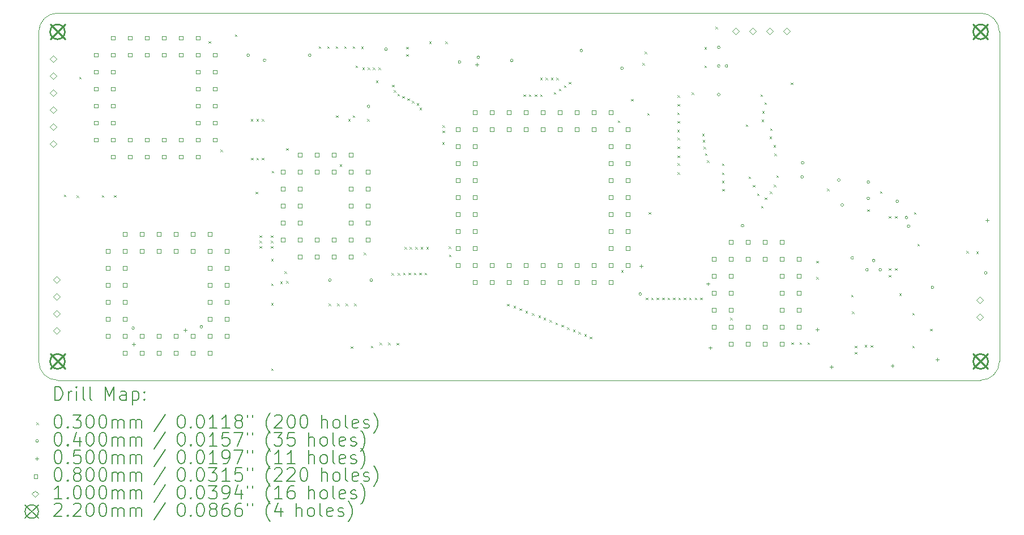
<source format=gbr>
%TF.GenerationSoftware,KiCad,Pcbnew,(7.0.0)*%
%TF.CreationDate,2023-02-28T23:10:04-06:00*%
%TF.ProjectId,MCD,4d43442e-6b69-4636-9164-5f7063625858,rev?*%
%TF.SameCoordinates,Original*%
%TF.FileFunction,Drillmap*%
%TF.FilePolarity,Positive*%
%FSLAX45Y45*%
G04 Gerber Fmt 4.5, Leading zero omitted, Abs format (unit mm)*
G04 Created by KiCad (PCBNEW (7.0.0)) date 2023-02-28 23:10:04*
%MOMM*%
%LPD*%
G01*
G04 APERTURE LIST*
%ADD10C,0.100000*%
%ADD11C,0.200000*%
%ADD12C,0.030000*%
%ADD13C,0.040000*%
%ADD14C,0.050000*%
%ADD15C,0.080000*%
%ADD16C,0.220000*%
G04 APERTURE END LIST*
D10*
X8190000Y-13620000D02*
X21990000Y-13620000D01*
X7910000Y-8410000D02*
X7910000Y-13340000D01*
X21990000Y-8130000D02*
X8190000Y-8130000D01*
X22270000Y-8410000D02*
G75*
G03*
X21990000Y-8130000I-280000J0D01*
G01*
X21990000Y-13620000D02*
G75*
G03*
X22270000Y-13340000I0J280000D01*
G01*
X7910000Y-13340000D02*
G75*
G03*
X8190000Y-13620000I280000J0D01*
G01*
X8190000Y-8130000D02*
G75*
G03*
X7910000Y-8410000I0J-280000D01*
G01*
X22270000Y-13340000D02*
X22270000Y-8410000D01*
D11*
D12*
X8285000Y-10845000D02*
X8315000Y-10875000D01*
X8315000Y-10845000D02*
X8285000Y-10875000D01*
X8475000Y-10855000D02*
X8505000Y-10885000D01*
X8505000Y-10855000D02*
X8475000Y-10885000D01*
X8515000Y-9085000D02*
X8545000Y-9115000D01*
X8545000Y-9085000D02*
X8515000Y-9115000D01*
X8852539Y-10851992D02*
X8882539Y-10881992D01*
X8882539Y-10851992D02*
X8852539Y-10881992D01*
X9032224Y-10853558D02*
X9062224Y-10883558D01*
X9062224Y-10853558D02*
X9032224Y-10883558D01*
X10450345Y-8548700D02*
X10480345Y-8578700D01*
X10480345Y-8548700D02*
X10450345Y-8578700D01*
X10625000Y-10171300D02*
X10655000Y-10201300D01*
X10655000Y-10171300D02*
X10625000Y-10201300D01*
X10840000Y-8450000D02*
X10870000Y-8480000D01*
X10870000Y-8450000D02*
X10840000Y-8480000D01*
X11080800Y-9715000D02*
X11110800Y-9745000D01*
X11110800Y-9715000D02*
X11080800Y-9745000D01*
X11084591Y-10293700D02*
X11114591Y-10323700D01*
X11114591Y-10293700D02*
X11084591Y-10323700D01*
X11149650Y-10802675D02*
X11179650Y-10832675D01*
X11179650Y-10802675D02*
X11149650Y-10832675D01*
X11164540Y-10294160D02*
X11194540Y-10324160D01*
X11194540Y-10294160D02*
X11164540Y-10324160D01*
X11164950Y-9715000D02*
X11194950Y-9745000D01*
X11194950Y-9715000D02*
X11164950Y-9745000D01*
X11208818Y-11453768D02*
X11238818Y-11483768D01*
X11238818Y-11453768D02*
X11208818Y-11483768D01*
X11208818Y-11535000D02*
X11238818Y-11565000D01*
X11238818Y-11535000D02*
X11208818Y-11565000D01*
X11208818Y-11614950D02*
X11238818Y-11644950D01*
X11238818Y-11614950D02*
X11208818Y-11644950D01*
X11244901Y-9715000D02*
X11274901Y-9745000D01*
X11274901Y-9715000D02*
X11244901Y-9745000D01*
X11245000Y-10295000D02*
X11275000Y-10325000D01*
X11275000Y-10295000D02*
X11245000Y-10325000D01*
X11378718Y-11535000D02*
X11408718Y-11565000D01*
X11408718Y-11535000D02*
X11378718Y-11565000D01*
X11378718Y-11615000D02*
X11408718Y-11645000D01*
X11408718Y-11615000D02*
X11378718Y-11645000D01*
X11378768Y-11453768D02*
X11408768Y-11483768D01*
X11408768Y-11453768D02*
X11378768Y-11483768D01*
X11385000Y-11805000D02*
X11415000Y-11835000D01*
X11415000Y-11805000D02*
X11385000Y-11835000D01*
X11385000Y-12175000D02*
X11415000Y-12205000D01*
X11415000Y-12175000D02*
X11385000Y-12205000D01*
X11385000Y-12465000D02*
X11415000Y-12495000D01*
X11415000Y-12465000D02*
X11385000Y-12495000D01*
X11385000Y-13445000D02*
X11415000Y-13475000D01*
X11415000Y-13445000D02*
X11385000Y-13475000D01*
X11390230Y-10490000D02*
X11420230Y-10520000D01*
X11420230Y-10490000D02*
X11390230Y-10520000D01*
X11517500Y-12142500D02*
X11547500Y-12172500D01*
X11547500Y-12142500D02*
X11517500Y-12172500D01*
X11583306Y-11993306D02*
X11613306Y-12023306D01*
X11613306Y-11993306D02*
X11583306Y-12023306D01*
X11608122Y-12136878D02*
X11638122Y-12166878D01*
X11638122Y-12136878D02*
X11608122Y-12166878D01*
X11608317Y-10148317D02*
X11638317Y-10178317D01*
X11638317Y-10148317D02*
X11608317Y-10178317D01*
X12096800Y-8625000D02*
X12126800Y-8655000D01*
X12126800Y-8625000D02*
X12096800Y-8655000D01*
X12222500Y-8625000D02*
X12252500Y-8655000D01*
X12252500Y-8625000D02*
X12222500Y-8655000D01*
X12241202Y-12475000D02*
X12271202Y-12505000D01*
X12271202Y-12475000D02*
X12241202Y-12505000D01*
X12350800Y-8625000D02*
X12380800Y-8655000D01*
X12380800Y-8625000D02*
X12350800Y-8655000D01*
X12350949Y-9660900D02*
X12380949Y-9690900D01*
X12380949Y-9660900D02*
X12350949Y-9690900D01*
X12368202Y-12475000D02*
X12398202Y-12505000D01*
X12398202Y-12475000D02*
X12368202Y-12505000D01*
X12406230Y-10391300D02*
X12436230Y-10421300D01*
X12436230Y-10391300D02*
X12406230Y-10421300D01*
X12477800Y-8625000D02*
X12507800Y-8655000D01*
X12507800Y-8625000D02*
X12477800Y-8655000D01*
X12495202Y-12475000D02*
X12525202Y-12505000D01*
X12525202Y-12475000D02*
X12495202Y-12505000D01*
X12535000Y-9716350D02*
X12565000Y-9746350D01*
X12565000Y-9716350D02*
X12535000Y-9746350D01*
X12575000Y-13115000D02*
X12605000Y-13145000D01*
X12605000Y-13115000D02*
X12575000Y-13145000D01*
X12604800Y-8625000D02*
X12634800Y-8655000D01*
X12634800Y-8625000D02*
X12604800Y-8655000D01*
X12604800Y-9660000D02*
X12634800Y-9690000D01*
X12634800Y-9660000D02*
X12604800Y-9690000D01*
X12622202Y-12475000D02*
X12652202Y-12505000D01*
X12652202Y-12475000D02*
X12622202Y-12505000D01*
X12645000Y-8915000D02*
X12675000Y-8945000D01*
X12675000Y-8915000D02*
X12645000Y-8945000D01*
X12731800Y-8631800D02*
X12761800Y-8661800D01*
X12761800Y-8631800D02*
X12731800Y-8661800D01*
X12745113Y-8945371D02*
X12775113Y-8975371D01*
X12775113Y-8945371D02*
X12745113Y-8975371D01*
X12767000Y-11713000D02*
X12797000Y-11743000D01*
X12797000Y-11713000D02*
X12767000Y-11743000D01*
X12817979Y-9714514D02*
X12847979Y-9744514D01*
X12847979Y-9714514D02*
X12817979Y-9744514D01*
X12825050Y-8943881D02*
X12855050Y-8973881D01*
X12855050Y-8943881D02*
X12825050Y-8973881D01*
X12875000Y-13105000D02*
X12905000Y-13135000D01*
X12905000Y-13105000D02*
X12875000Y-13135000D01*
X12905000Y-8943866D02*
X12935000Y-8973866D01*
X12935000Y-8943866D02*
X12905000Y-8973866D01*
X12951667Y-9138333D02*
X12981667Y-9168333D01*
X12981667Y-9138333D02*
X12951667Y-9168333D01*
X12986234Y-8943091D02*
X13016234Y-8973091D01*
X13016234Y-8943091D02*
X12986234Y-8973091D01*
X13003819Y-13059371D02*
X13033819Y-13089371D01*
X13033819Y-13059371D02*
X13003819Y-13089371D01*
X13130202Y-13059798D02*
X13160202Y-13089798D01*
X13160202Y-13059798D02*
X13130202Y-13089798D01*
X13185000Y-12017450D02*
X13215000Y-12047450D01*
X13215000Y-12017450D02*
X13185000Y-12047450D01*
X13191311Y-9203700D02*
X13221311Y-9233700D01*
X13221311Y-9203700D02*
X13191311Y-9233700D01*
X13215000Y-9282000D02*
X13245000Y-9312000D01*
X13245000Y-9282000D02*
X13215000Y-9312000D01*
X13257373Y-13062729D02*
X13287373Y-13092729D01*
X13287373Y-13062729D02*
X13257373Y-13092729D01*
X13271765Y-9338300D02*
X13301765Y-9368300D01*
X13301765Y-9338300D02*
X13271765Y-9368300D01*
X13275000Y-12015000D02*
X13305000Y-12045000D01*
X13305000Y-12015000D02*
X13275000Y-12045000D01*
X13344722Y-9371000D02*
X13374722Y-9401000D01*
X13374722Y-9371000D02*
X13344722Y-9401000D01*
X13355623Y-12014377D02*
X13385623Y-12044377D01*
X13385623Y-12014377D02*
X13355623Y-12044377D01*
X13375315Y-11627835D02*
X13405315Y-11657835D01*
X13405315Y-11627835D02*
X13375315Y-11657835D01*
X13405000Y-8635000D02*
X13435000Y-8665000D01*
X13435000Y-8635000D02*
X13405000Y-8665000D01*
X13405000Y-8745000D02*
X13435000Y-8775000D01*
X13435000Y-8745000D02*
X13405000Y-8775000D01*
X13417679Y-9403700D02*
X13447679Y-9433700D01*
X13447679Y-9403700D02*
X13417679Y-9433700D01*
X13436534Y-12014041D02*
X13466534Y-12044041D01*
X13466534Y-12014041D02*
X13436534Y-12044041D01*
X13456070Y-11627344D02*
X13486070Y-11657344D01*
X13486070Y-11627344D02*
X13456070Y-11657344D01*
X13487260Y-9443078D02*
X13517260Y-9473078D01*
X13517260Y-9443078D02*
X13487260Y-9473078D01*
X13517618Y-12013878D02*
X13547618Y-12043878D01*
X13547618Y-12013878D02*
X13517618Y-12043878D01*
X13537464Y-11627491D02*
X13567464Y-11657491D01*
X13567464Y-11627491D02*
X13537464Y-11657491D01*
X13558835Y-9478700D02*
X13588835Y-9508700D01*
X13588835Y-9478700D02*
X13558835Y-9508700D01*
X13598876Y-12013890D02*
X13628876Y-12043890D01*
X13628876Y-12013890D02*
X13598876Y-12043890D01*
X13602045Y-9545968D02*
X13632045Y-9575968D01*
X13632045Y-9545968D02*
X13602045Y-9575968D01*
X13618060Y-11626841D02*
X13648060Y-11656841D01*
X13648060Y-11626841D02*
X13618060Y-11656841D01*
X13680054Y-12013820D02*
X13710054Y-12043820D01*
X13710054Y-12013820D02*
X13680054Y-12043820D01*
X13703665Y-11627885D02*
X13733665Y-11657885D01*
X13733665Y-11627885D02*
X13703665Y-11657885D01*
X13745000Y-8555000D02*
X13775000Y-8585000D01*
X13775000Y-8555000D02*
X13745000Y-8585000D01*
X13941559Y-10060228D02*
X13971559Y-10090228D01*
X13971559Y-10060228D02*
X13941559Y-10090228D01*
X13944618Y-9887658D02*
X13974618Y-9917658D01*
X13974618Y-9887658D02*
X13944618Y-9917658D01*
X13944838Y-9807708D02*
X13974838Y-9837708D01*
X13974838Y-9807708D02*
X13944838Y-9837708D01*
X13985000Y-8555000D02*
X14015000Y-8585000D01*
X14015000Y-8555000D02*
X13985000Y-8585000D01*
X14040000Y-11620000D02*
X14070000Y-11650000D01*
X14070000Y-11620000D02*
X14040000Y-11650000D01*
X14041956Y-11742785D02*
X14071956Y-11772785D01*
X14071956Y-11742785D02*
X14041956Y-11772785D01*
X14909300Y-12478150D02*
X14939300Y-12508150D01*
X14939300Y-12478150D02*
X14909300Y-12508150D01*
X15009300Y-12508100D02*
X15039300Y-12538100D01*
X15039300Y-12508100D02*
X15009300Y-12538100D01*
X15096800Y-12545600D02*
X15126800Y-12575600D01*
X15126800Y-12545600D02*
X15096800Y-12575600D01*
X15155050Y-9345030D02*
X15185050Y-9375030D01*
X15185050Y-9345030D02*
X15155050Y-9375030D01*
X15184300Y-12583100D02*
X15214300Y-12613100D01*
X15214300Y-12583100D02*
X15184300Y-12613100D01*
X15235000Y-9344950D02*
X15265000Y-9374950D01*
X15265000Y-9344950D02*
X15235000Y-9374950D01*
X15284300Y-12618150D02*
X15314300Y-12648150D01*
X15314300Y-12618150D02*
X15284300Y-12648150D01*
X15325050Y-9344950D02*
X15355050Y-9374950D01*
X15355050Y-9344950D02*
X15325050Y-9374950D01*
X15379520Y-12653150D02*
X15409520Y-12683150D01*
X15409520Y-12653150D02*
X15379520Y-12683150D01*
X15405000Y-9096000D02*
X15435000Y-9126000D01*
X15435000Y-9096000D02*
X15405000Y-9126000D01*
X15405000Y-9344950D02*
X15435000Y-9374950D01*
X15435000Y-9344950D02*
X15405000Y-9374950D01*
X15454250Y-12688150D02*
X15484250Y-12718150D01*
X15484250Y-12688150D02*
X15454250Y-12718150D01*
X15486498Y-9095000D02*
X15516498Y-9125000D01*
X15516498Y-9095000D02*
X15486498Y-9125000D01*
X15546800Y-12720600D02*
X15576800Y-12750600D01*
X15576800Y-12720600D02*
X15546800Y-12750600D01*
X15566448Y-9095000D02*
X15596448Y-9125000D01*
X15596448Y-9095000D02*
X15566448Y-9125000D01*
X15609152Y-9310283D02*
X15639152Y-9340283D01*
X15639152Y-9310283D02*
X15609152Y-9340283D01*
X15634300Y-12758100D02*
X15664300Y-12788100D01*
X15664300Y-12758100D02*
X15634300Y-12788100D01*
X15646398Y-9095000D02*
X15676398Y-9125000D01*
X15676398Y-9095000D02*
X15646398Y-9125000D01*
X15684152Y-9260283D02*
X15714152Y-9290283D01*
X15714152Y-9260283D02*
X15684152Y-9290283D01*
X15721800Y-12793150D02*
X15751800Y-12823150D01*
X15751800Y-12793150D02*
X15721800Y-12823150D01*
X15760000Y-9210000D02*
X15790000Y-9240000D01*
X15790000Y-9210000D02*
X15760000Y-9240000D01*
X15809300Y-12828150D02*
X15839300Y-12858150D01*
X15839300Y-12828150D02*
X15809300Y-12858150D01*
X15835000Y-9160000D02*
X15865000Y-9190000D01*
X15865000Y-9160000D02*
X15835000Y-9190000D01*
X15895000Y-12863150D02*
X15925000Y-12893150D01*
X15925000Y-12863150D02*
X15895000Y-12893150D01*
X15975000Y-12898150D02*
X16005000Y-12928150D01*
X16005000Y-12898150D02*
X15975000Y-12928150D01*
X16065000Y-12933100D02*
X16095000Y-12963100D01*
X16095000Y-12933100D02*
X16065000Y-12963100D01*
X16145000Y-12970600D02*
X16175000Y-13000600D01*
X16175000Y-12970600D02*
X16145000Y-13000600D01*
X16565000Y-9735000D02*
X16595000Y-9765000D01*
X16595000Y-9735000D02*
X16565000Y-9765000D01*
X16617450Y-11975000D02*
X16647450Y-12005000D01*
X16647450Y-11975000D02*
X16617450Y-12005000D01*
X16765000Y-9415000D02*
X16795000Y-9445000D01*
X16795000Y-9415000D02*
X16765000Y-9445000D01*
X16935000Y-8875000D02*
X16965000Y-8905000D01*
X16965000Y-8875000D02*
X16935000Y-8905000D01*
X16966500Y-8706500D02*
X16996500Y-8736500D01*
X16996500Y-8706500D02*
X16966500Y-8736500D01*
X16985000Y-12385000D02*
X17015000Y-12415000D01*
X17015000Y-12385000D02*
X16985000Y-12415000D01*
X17005000Y-9625000D02*
X17035000Y-9655000D01*
X17035000Y-9625000D02*
X17005000Y-9655000D01*
X17025000Y-11105000D02*
X17055000Y-11135000D01*
X17055000Y-11105000D02*
X17025000Y-11135000D01*
X17065599Y-12385648D02*
X17095599Y-12415648D01*
X17095599Y-12385648D02*
X17065599Y-12415648D01*
X17146522Y-12385971D02*
X17176522Y-12415971D01*
X17176522Y-12385971D02*
X17146522Y-12415971D01*
X17227683Y-12386057D02*
X17257683Y-12416057D01*
X17257683Y-12386057D02*
X17227683Y-12416057D01*
X17308904Y-12386082D02*
X17338904Y-12416082D01*
X17338904Y-12386082D02*
X17308904Y-12416082D01*
X17390067Y-12386166D02*
X17420067Y-12416166D01*
X17420067Y-12386166D02*
X17390067Y-12416166D01*
X17455000Y-9615000D02*
X17485000Y-9645000D01*
X17485000Y-9615000D02*
X17455000Y-9645000D01*
X17455000Y-9875000D02*
X17485000Y-9905000D01*
X17485000Y-9875000D02*
X17455000Y-9905000D01*
X17460000Y-9360000D02*
X17490000Y-9390000D01*
X17490000Y-9360000D02*
X17460000Y-9390000D01*
X17460000Y-9488050D02*
X17490000Y-9518050D01*
X17490000Y-9488050D02*
X17460000Y-9518050D01*
X17460000Y-9745000D02*
X17490000Y-9775000D01*
X17490000Y-9745000D02*
X17460000Y-9775000D01*
X17460000Y-9995000D02*
X17490000Y-10025000D01*
X17490000Y-9995000D02*
X17460000Y-10025000D01*
X17460000Y-10125000D02*
X17490000Y-10155000D01*
X17490000Y-10125000D02*
X17460000Y-10155000D01*
X17460000Y-10260000D02*
X17490000Y-10290000D01*
X17490000Y-10260000D02*
X17460000Y-10290000D01*
X17460000Y-10375000D02*
X17490000Y-10405000D01*
X17490000Y-10375000D02*
X17460000Y-10405000D01*
X17460000Y-10510000D02*
X17490000Y-10540000D01*
X17490000Y-10510000D02*
X17460000Y-10540000D01*
X17471689Y-12385791D02*
X17501689Y-12415791D01*
X17501689Y-12385791D02*
X17471689Y-12415791D01*
X17552717Y-12386010D02*
X17582717Y-12416010D01*
X17582717Y-12386010D02*
X17552717Y-12416010D01*
X17633870Y-12386104D02*
X17663870Y-12416104D01*
X17663870Y-12386104D02*
X17633870Y-12416104D01*
X17670000Y-9317450D02*
X17700000Y-9347450D01*
X17700000Y-9317450D02*
X17670000Y-9347450D01*
X17715183Y-12386037D02*
X17745183Y-12416037D01*
X17745183Y-12386037D02*
X17715183Y-12416037D01*
X17795548Y-12385277D02*
X17825548Y-12415277D01*
X17825548Y-12385277D02*
X17795548Y-12415277D01*
X17825000Y-9935000D02*
X17855000Y-9965000D01*
X17855000Y-9935000D02*
X17825000Y-9965000D01*
X17835000Y-10027500D02*
X17865000Y-10057500D01*
X17865000Y-10027500D02*
X17835000Y-10057500D01*
X17847500Y-10127500D02*
X17877500Y-10157500D01*
X17877500Y-10127500D02*
X17847500Y-10157500D01*
X17859496Y-8637550D02*
X17889496Y-8667550D01*
X17889496Y-8637550D02*
X17859496Y-8667550D01*
X17860447Y-8915804D02*
X17890447Y-8945804D01*
X17890447Y-8915804D02*
X17860447Y-8945804D01*
X17871027Y-10226586D02*
X17901027Y-10256586D01*
X17901027Y-10226586D02*
X17871027Y-10256586D01*
X17897550Y-10334377D02*
X17927550Y-10364377D01*
X17927550Y-10334377D02*
X17897550Y-10364377D01*
X18026575Y-8335000D02*
X18056575Y-8365000D01*
X18056575Y-8335000D02*
X18026575Y-8365000D01*
X18122500Y-10516050D02*
X18152500Y-10546050D01*
X18152500Y-10516050D02*
X18122500Y-10546050D01*
X18125000Y-10377000D02*
X18155000Y-10407000D01*
X18155000Y-10377000D02*
X18125000Y-10407000D01*
X18125000Y-10635000D02*
X18155000Y-10665000D01*
X18155000Y-10635000D02*
X18125000Y-10665000D01*
X18127550Y-10758000D02*
X18157550Y-10788000D01*
X18157550Y-10758000D02*
X18127550Y-10788000D01*
X18245000Y-12685000D02*
X18275000Y-12715000D01*
X18275000Y-12685000D02*
X18245000Y-12715000D01*
X18478625Y-9794720D02*
X18508625Y-9824720D01*
X18508625Y-9794720D02*
X18478625Y-9824720D01*
X18521500Y-10573500D02*
X18551500Y-10603500D01*
X18551500Y-10573500D02*
X18521500Y-10603500D01*
X18585000Y-10700550D02*
X18615000Y-10730550D01*
X18615000Y-10700550D02*
X18585000Y-10730550D01*
X18648067Y-10827550D02*
X18678067Y-10857550D01*
X18678067Y-10827550D02*
X18648067Y-10857550D01*
X18700700Y-9345000D02*
X18730700Y-9375000D01*
X18730700Y-9345000D02*
X18700700Y-9375000D01*
X18705517Y-11015000D02*
X18735517Y-11045000D01*
X18735517Y-11015000D02*
X18705517Y-11045000D01*
X18714171Y-9722721D02*
X18744171Y-9752721D01*
X18744171Y-9722721D02*
X18714171Y-9752721D01*
X18725000Y-9593950D02*
X18755000Y-9623950D01*
X18755000Y-9593950D02*
X18725000Y-9623950D01*
X18758150Y-9465972D02*
X18788150Y-9495972D01*
X18788150Y-9465972D02*
X18758150Y-9495972D01*
X18762967Y-10885000D02*
X18792967Y-10915000D01*
X18792967Y-10885000D02*
X18762967Y-10915000D01*
X18835000Y-9975000D02*
X18865000Y-10005000D01*
X18865000Y-9975000D02*
X18835000Y-10005000D01*
X18837550Y-10797019D02*
X18867550Y-10827019D01*
X18867550Y-10797019D02*
X18837550Y-10827019D01*
X18840877Y-9852123D02*
X18870877Y-9882123D01*
X18870877Y-9852123D02*
X18840877Y-9882123D01*
X18894827Y-10102000D02*
X18924827Y-10132000D01*
X18924827Y-10102000D02*
X18894827Y-10132000D01*
X18897550Y-10694455D02*
X18927550Y-10724455D01*
X18927550Y-10694455D02*
X18897550Y-10724455D01*
X18905000Y-10228950D02*
X18935000Y-10258950D01*
X18935000Y-10228950D02*
X18905000Y-10258950D01*
X18937550Y-10556303D02*
X18967550Y-10586303D01*
X18967550Y-10556303D02*
X18937550Y-10586303D01*
X19150650Y-9167550D02*
X19180650Y-9197550D01*
X19180650Y-9167550D02*
X19150650Y-9197550D01*
X19162120Y-13054080D02*
X19192120Y-13084080D01*
X19192120Y-13054080D02*
X19162120Y-13084080D01*
X19283733Y-13055000D02*
X19313733Y-13085000D01*
X19313733Y-13055000D02*
X19283733Y-13085000D01*
X19399950Y-13055000D02*
X19429950Y-13085000D01*
X19429950Y-13055000D02*
X19399950Y-13085000D01*
X19535000Y-11835000D02*
X19565000Y-11865000D01*
X19565000Y-11835000D02*
X19535000Y-11865000D01*
X19535000Y-12075000D02*
X19565000Y-12105000D01*
X19565000Y-12075000D02*
X19535000Y-12105000D01*
X19695000Y-10755000D02*
X19725000Y-10785000D01*
X19725000Y-10755000D02*
X19695000Y-10785000D01*
X20055000Y-12343000D02*
X20085000Y-12373000D01*
X20085000Y-12343000D02*
X20055000Y-12373000D01*
X20065000Y-12595000D02*
X20095000Y-12625000D01*
X20095000Y-12595000D02*
X20065000Y-12625000D01*
X20108150Y-13105000D02*
X20138150Y-13135000D01*
X20138150Y-13105000D02*
X20108150Y-13135000D01*
X20108150Y-13197366D02*
X20138150Y-13227366D01*
X20138150Y-13197366D02*
X20108150Y-13227366D01*
X20255000Y-13091850D02*
X20285000Y-13121850D01*
X20285000Y-13091850D02*
X20255000Y-13121850D01*
X20295000Y-11065000D02*
X20325000Y-11095000D01*
X20325000Y-11065000D02*
X20295000Y-11095000D01*
X20345000Y-13095000D02*
X20375000Y-13125000D01*
X20375000Y-13095000D02*
X20345000Y-13125000D01*
X20485000Y-10795000D02*
X20515000Y-10825000D01*
X20515000Y-10795000D02*
X20485000Y-10825000D01*
X20615000Y-11165000D02*
X20645000Y-11195000D01*
X20645000Y-11165000D02*
X20615000Y-11195000D01*
X20615000Y-11945000D02*
X20645000Y-11975000D01*
X20645000Y-11945000D02*
X20615000Y-11975000D01*
X20615000Y-12045000D02*
X20645000Y-12075000D01*
X20645000Y-12045000D02*
X20615000Y-12075000D01*
X20707800Y-11165000D02*
X20737800Y-11195000D01*
X20737800Y-11165000D02*
X20707800Y-11195000D01*
X20707800Y-11945000D02*
X20737800Y-11975000D01*
X20737800Y-11945000D02*
X20707800Y-11975000D01*
X20775000Y-12323500D02*
X20805000Y-12353500D01*
X20805000Y-12323500D02*
X20775000Y-12353500D01*
X20966450Y-12614578D02*
X20996450Y-12644578D01*
X20996450Y-12614578D02*
X20966450Y-12644578D01*
X20968150Y-13105000D02*
X20998150Y-13135000D01*
X20998150Y-13105000D02*
X20968150Y-13135000D01*
X20995000Y-11105000D02*
X21025000Y-11135000D01*
X21025000Y-11105000D02*
X20995000Y-11135000D01*
X21045000Y-11581000D02*
X21075000Y-11611000D01*
X21075000Y-11581000D02*
X21045000Y-11611000D01*
X21234850Y-12851000D02*
X21264850Y-12881000D01*
X21264850Y-12851000D02*
X21234850Y-12881000D01*
X21775000Y-11685000D02*
X21805000Y-11715000D01*
X21805000Y-11685000D02*
X21775000Y-11715000D01*
X21925000Y-11695000D02*
X21955000Y-11725000D01*
X21955000Y-11695000D02*
X21925000Y-11725000D01*
D13*
X9340000Y-12840000D02*
G75*
G03*
X9340000Y-12840000I-20000J0D01*
G01*
X10360000Y-12820000D02*
G75*
G03*
X10360000Y-12820000I-20000J0D01*
G01*
X11060000Y-8760000D02*
G75*
G03*
X11060000Y-8760000I-20000J0D01*
G01*
X11305300Y-8834700D02*
G75*
G03*
X11305300Y-8834700I-20000J0D01*
G01*
X11980000Y-8760000D02*
G75*
G03*
X11980000Y-8760000I-20000J0D01*
G01*
X12280000Y-12124000D02*
G75*
G03*
X12280000Y-12124000I-20000J0D01*
G01*
X12860000Y-9525600D02*
G75*
G03*
X12860000Y-9525600I-20000J0D01*
G01*
X12900000Y-12124000D02*
G75*
G03*
X12900000Y-12124000I-20000J0D01*
G01*
X13120000Y-8670000D02*
G75*
G03*
X13120000Y-8670000I-20000J0D01*
G01*
X14220000Y-8860000D02*
G75*
G03*
X14220000Y-8860000I-20000J0D01*
G01*
X14501250Y-8790000D02*
G75*
G03*
X14501250Y-8790000I-20000J0D01*
G01*
X15000000Y-8840000D02*
G75*
G03*
X15000000Y-8840000I-20000J0D01*
G01*
X16040000Y-8690000D02*
G75*
G03*
X16040000Y-8690000I-20000J0D01*
G01*
X16649281Y-8955804D02*
G75*
G03*
X16649281Y-8955804I-20000J0D01*
G01*
X16920000Y-12330000D02*
G75*
G03*
X16920000Y-12330000I-20000J0D01*
G01*
X18095000Y-8642550D02*
G75*
G03*
X18095000Y-8642550I-20000J0D01*
G01*
X18095000Y-8920804D02*
G75*
G03*
X18095000Y-8920804I-20000J0D01*
G01*
X18095000Y-9347450D02*
G75*
G03*
X18095000Y-9347450I-20000J0D01*
G01*
X18210000Y-8920804D02*
G75*
G03*
X18210000Y-8920804I-20000J0D01*
G01*
X18450000Y-11310000D02*
G75*
G03*
X18450000Y-11310000I-20000J0D01*
G01*
X19340000Y-10580000D02*
G75*
G03*
X19340000Y-10580000I-20000J0D01*
G01*
X19350000Y-10370000D02*
G75*
G03*
X19350000Y-10370000I-20000J0D01*
G01*
X19890000Y-10627450D02*
G75*
G03*
X19890000Y-10627450I-20000J0D01*
G01*
X19940000Y-11000000D02*
G75*
G03*
X19940000Y-11000000I-20000J0D01*
G01*
X20090000Y-11790000D02*
G75*
G03*
X20090000Y-11790000I-20000J0D01*
G01*
X20310000Y-11970000D02*
G75*
G03*
X20310000Y-11970000I-20000J0D01*
G01*
X20330000Y-10657550D02*
G75*
G03*
X20330000Y-10657550I-20000J0D01*
G01*
X20330000Y-10900000D02*
G75*
G03*
X20330000Y-10900000I-20000J0D01*
G01*
X20410000Y-11830000D02*
G75*
G03*
X20410000Y-11830000I-20000J0D01*
G01*
X20510000Y-11970000D02*
G75*
G03*
X20510000Y-11970000I-20000J0D01*
G01*
X20763919Y-10942450D02*
G75*
G03*
X20763919Y-10942450I-20000J0D01*
G01*
X20900000Y-11186973D02*
G75*
G03*
X20900000Y-11186973I-20000J0D01*
G01*
X20933784Y-11316216D02*
G75*
G03*
X20933784Y-11316216I-20000J0D01*
G01*
X21290000Y-12231650D02*
G75*
G03*
X21290000Y-12231650I-20000J0D01*
G01*
X22085220Y-12014927D02*
G75*
G03*
X22085220Y-12014927I-20000J0D01*
G01*
D14*
X9330000Y-13055000D02*
X9330000Y-13105000D01*
X9305000Y-13080000D02*
X9355000Y-13080000D01*
X10099880Y-12845120D02*
X10099880Y-12895120D01*
X10074880Y-12870120D02*
X10124880Y-12870120D01*
X14460000Y-8875000D02*
X14460000Y-8925000D01*
X14435000Y-8900000D02*
X14485000Y-8900000D01*
X16915000Y-11890000D02*
X16915000Y-11940000D01*
X16890000Y-11915000D02*
X16940000Y-11915000D01*
X17910120Y-12155120D02*
X17910120Y-12205120D01*
X17885120Y-12180120D02*
X17935120Y-12180120D01*
X17950430Y-13111673D02*
X17950430Y-13161673D01*
X17925430Y-13136673D02*
X17975430Y-13136673D01*
X19549900Y-12835000D02*
X19549900Y-12885000D01*
X19524900Y-12860000D02*
X19574900Y-12860000D01*
X19760000Y-13395000D02*
X19760000Y-13445000D01*
X19735000Y-13420000D02*
X19785000Y-13420000D01*
X20670000Y-13377650D02*
X20670000Y-13427650D01*
X20645000Y-13402650D02*
X20695000Y-13402650D01*
X21342000Y-13287000D02*
X21342000Y-13337000D01*
X21317000Y-13312000D02*
X21367000Y-13312000D01*
X22090000Y-11205000D02*
X22090000Y-11255000D01*
X22065000Y-11230000D02*
X22115000Y-11230000D01*
D15*
X8791285Y-8783285D02*
X8791285Y-8726716D01*
X8734716Y-8726716D01*
X8734716Y-8783285D01*
X8791285Y-8783285D01*
X8791285Y-9037285D02*
X8791285Y-8980716D01*
X8734716Y-8980716D01*
X8734716Y-9037285D01*
X8791285Y-9037285D01*
X8791285Y-9291285D02*
X8791285Y-9234716D01*
X8734716Y-9234716D01*
X8734716Y-9291285D01*
X8791285Y-9291285D01*
X8791285Y-9545285D02*
X8791285Y-9488716D01*
X8734716Y-9488716D01*
X8734716Y-9545285D01*
X8791285Y-9545285D01*
X8791285Y-9799285D02*
X8791285Y-9742716D01*
X8734716Y-9742716D01*
X8734716Y-9799285D01*
X8791285Y-9799285D01*
X8791285Y-10053285D02*
X8791285Y-9996716D01*
X8734716Y-9996716D01*
X8734716Y-10053285D01*
X8791285Y-10053285D01*
X8974285Y-11716284D02*
X8974285Y-11659715D01*
X8917716Y-11659715D01*
X8917716Y-11716284D01*
X8974285Y-11716284D01*
X8974285Y-11970284D02*
X8974285Y-11913715D01*
X8917716Y-11913715D01*
X8917716Y-11970284D01*
X8974285Y-11970284D01*
X8974285Y-12224284D02*
X8974285Y-12167715D01*
X8917716Y-12167715D01*
X8917716Y-12224284D01*
X8974285Y-12224284D01*
X8974285Y-12478284D02*
X8974285Y-12421715D01*
X8917716Y-12421715D01*
X8917716Y-12478284D01*
X8974285Y-12478284D01*
X8974285Y-12732284D02*
X8974285Y-12675715D01*
X8917716Y-12675715D01*
X8917716Y-12732284D01*
X8974285Y-12732284D01*
X8974285Y-12986284D02*
X8974285Y-12929715D01*
X8917716Y-12929715D01*
X8917716Y-12986284D01*
X8974285Y-12986284D01*
X9045285Y-8529285D02*
X9045285Y-8472716D01*
X8988716Y-8472716D01*
X8988716Y-8529285D01*
X9045285Y-8529285D01*
X9045285Y-8783285D02*
X9045285Y-8726716D01*
X8988716Y-8726716D01*
X8988716Y-8783285D01*
X9045285Y-8783285D01*
X9045285Y-9037285D02*
X9045285Y-8980716D01*
X8988716Y-8980716D01*
X8988716Y-9037285D01*
X9045285Y-9037285D01*
X9045285Y-9291285D02*
X9045285Y-9234716D01*
X8988716Y-9234716D01*
X8988716Y-9291285D01*
X9045285Y-9291285D01*
X9045285Y-9545285D02*
X9045285Y-9488716D01*
X8988716Y-9488716D01*
X8988716Y-9545285D01*
X9045285Y-9545285D01*
X9045285Y-9799285D02*
X9045285Y-9742716D01*
X8988716Y-9742716D01*
X8988716Y-9799285D01*
X9045285Y-9799285D01*
X9045285Y-10053285D02*
X9045285Y-9996716D01*
X8988716Y-9996716D01*
X8988716Y-10053285D01*
X9045285Y-10053285D01*
X9045285Y-10307285D02*
X9045285Y-10250716D01*
X8988716Y-10250716D01*
X8988716Y-10307285D01*
X9045285Y-10307285D01*
X9228285Y-11462284D02*
X9228285Y-11405715D01*
X9171716Y-11405715D01*
X9171716Y-11462284D01*
X9228285Y-11462284D01*
X9228285Y-11716284D02*
X9228285Y-11659715D01*
X9171716Y-11659715D01*
X9171716Y-11716284D01*
X9228285Y-11716284D01*
X9228285Y-11970284D02*
X9228285Y-11913715D01*
X9171716Y-11913715D01*
X9171716Y-11970284D01*
X9228285Y-11970284D01*
X9228285Y-12224284D02*
X9228285Y-12167715D01*
X9171716Y-12167715D01*
X9171716Y-12224284D01*
X9228285Y-12224284D01*
X9228285Y-12478284D02*
X9228285Y-12421715D01*
X9171716Y-12421715D01*
X9171716Y-12478284D01*
X9228285Y-12478284D01*
X9228285Y-12732284D02*
X9228285Y-12675715D01*
X9171716Y-12675715D01*
X9171716Y-12732284D01*
X9228285Y-12732284D01*
X9228285Y-12986284D02*
X9228285Y-12929715D01*
X9171716Y-12929715D01*
X9171716Y-12986284D01*
X9228285Y-12986284D01*
X9228285Y-13240284D02*
X9228285Y-13183715D01*
X9171716Y-13183715D01*
X9171716Y-13240284D01*
X9228285Y-13240284D01*
X9299285Y-8529285D02*
X9299285Y-8472716D01*
X9242716Y-8472716D01*
X9242716Y-8529285D01*
X9299285Y-8529285D01*
X9299285Y-8783285D02*
X9299285Y-8726716D01*
X9242716Y-8726716D01*
X9242716Y-8783285D01*
X9299285Y-8783285D01*
X9299285Y-10053285D02*
X9299285Y-9996716D01*
X9242716Y-9996716D01*
X9242716Y-10053285D01*
X9299285Y-10053285D01*
X9299285Y-10307285D02*
X9299285Y-10250716D01*
X9242716Y-10250716D01*
X9242716Y-10307285D01*
X9299285Y-10307285D01*
X9482285Y-11462284D02*
X9482285Y-11405715D01*
X9425716Y-11405715D01*
X9425716Y-11462284D01*
X9482285Y-11462284D01*
X9482285Y-11716284D02*
X9482285Y-11659715D01*
X9425716Y-11659715D01*
X9425716Y-11716284D01*
X9482285Y-11716284D01*
X9482285Y-12986284D02*
X9482285Y-12929715D01*
X9425716Y-12929715D01*
X9425716Y-12986284D01*
X9482285Y-12986284D01*
X9482285Y-13240284D02*
X9482285Y-13183715D01*
X9425716Y-13183715D01*
X9425716Y-13240284D01*
X9482285Y-13240284D01*
X9553285Y-8529285D02*
X9553285Y-8472716D01*
X9496716Y-8472716D01*
X9496716Y-8529285D01*
X9553285Y-8529285D01*
X9553285Y-8783285D02*
X9553285Y-8726716D01*
X9496716Y-8726716D01*
X9496716Y-8783285D01*
X9553285Y-8783285D01*
X9553285Y-10053285D02*
X9553285Y-9996716D01*
X9496716Y-9996716D01*
X9496716Y-10053285D01*
X9553285Y-10053285D01*
X9553285Y-10307285D02*
X9553285Y-10250716D01*
X9496716Y-10250716D01*
X9496716Y-10307285D01*
X9553285Y-10307285D01*
X9736285Y-11462284D02*
X9736285Y-11405715D01*
X9679716Y-11405715D01*
X9679716Y-11462284D01*
X9736285Y-11462284D01*
X9736285Y-11716284D02*
X9736285Y-11659715D01*
X9679716Y-11659715D01*
X9679716Y-11716284D01*
X9736285Y-11716284D01*
X9736285Y-12986284D02*
X9736285Y-12929715D01*
X9679716Y-12929715D01*
X9679716Y-12986284D01*
X9736285Y-12986284D01*
X9736285Y-13240284D02*
X9736285Y-13183715D01*
X9679716Y-13183715D01*
X9679716Y-13240284D01*
X9736285Y-13240284D01*
X9807285Y-8529285D02*
X9807285Y-8472716D01*
X9750716Y-8472716D01*
X9750716Y-8529285D01*
X9807285Y-8529285D01*
X9807285Y-8783285D02*
X9807285Y-8726716D01*
X9750716Y-8726716D01*
X9750716Y-8783285D01*
X9807285Y-8783285D01*
X9807285Y-10053285D02*
X9807285Y-9996716D01*
X9750716Y-9996716D01*
X9750716Y-10053285D01*
X9807285Y-10053285D01*
X9807285Y-10307285D02*
X9807285Y-10250716D01*
X9750716Y-10250716D01*
X9750716Y-10307285D01*
X9807285Y-10307285D01*
X9990285Y-11462284D02*
X9990285Y-11405715D01*
X9933716Y-11405715D01*
X9933716Y-11462284D01*
X9990285Y-11462284D01*
X9990285Y-11716284D02*
X9990285Y-11659715D01*
X9933716Y-11659715D01*
X9933716Y-11716284D01*
X9990285Y-11716284D01*
X9990285Y-12986284D02*
X9990285Y-12929715D01*
X9933716Y-12929715D01*
X9933716Y-12986284D01*
X9990285Y-12986284D01*
X9990285Y-13240284D02*
X9990285Y-13183715D01*
X9933716Y-13183715D01*
X9933716Y-13240284D01*
X9990285Y-13240284D01*
X10061285Y-8529285D02*
X10061285Y-8472716D01*
X10004716Y-8472716D01*
X10004716Y-8529285D01*
X10061285Y-8529285D01*
X10061285Y-8783285D02*
X10061285Y-8726716D01*
X10004716Y-8726716D01*
X10004716Y-8783285D01*
X10061285Y-8783285D01*
X10061285Y-10053285D02*
X10061285Y-9996716D01*
X10004716Y-9996716D01*
X10004716Y-10053285D01*
X10061285Y-10053285D01*
X10061285Y-10307285D02*
X10061285Y-10250716D01*
X10004716Y-10250716D01*
X10004716Y-10307285D01*
X10061285Y-10307285D01*
X10244285Y-11462284D02*
X10244285Y-11405715D01*
X10187716Y-11405715D01*
X10187716Y-11462284D01*
X10244285Y-11462284D01*
X10244285Y-11716284D02*
X10244285Y-11659715D01*
X10187716Y-11659715D01*
X10187716Y-11716284D01*
X10244285Y-11716284D01*
X10244285Y-12986284D02*
X10244285Y-12929715D01*
X10187716Y-12929715D01*
X10187716Y-12986284D01*
X10244285Y-12986284D01*
X10244285Y-13240284D02*
X10244285Y-13183715D01*
X10187716Y-13183715D01*
X10187716Y-13240284D01*
X10244285Y-13240284D01*
X10315285Y-8529285D02*
X10315285Y-8472716D01*
X10258716Y-8472716D01*
X10258716Y-8529285D01*
X10315285Y-8529285D01*
X10315285Y-8783285D02*
X10315285Y-8726716D01*
X10258716Y-8726716D01*
X10258716Y-8783285D01*
X10315285Y-8783285D01*
X10315285Y-9037285D02*
X10315285Y-8980716D01*
X10258716Y-8980716D01*
X10258716Y-9037285D01*
X10315285Y-9037285D01*
X10315285Y-9291285D02*
X10315285Y-9234716D01*
X10258716Y-9234716D01*
X10258716Y-9291285D01*
X10315285Y-9291285D01*
X10315285Y-9545285D02*
X10315285Y-9488716D01*
X10258716Y-9488716D01*
X10258716Y-9545285D01*
X10315285Y-9545285D01*
X10315285Y-9799285D02*
X10315285Y-9742716D01*
X10258716Y-9742716D01*
X10258716Y-9799285D01*
X10315285Y-9799285D01*
X10315285Y-10053285D02*
X10315285Y-9996716D01*
X10258716Y-9996716D01*
X10258716Y-10053285D01*
X10315285Y-10053285D01*
X10315285Y-10307285D02*
X10315285Y-10250716D01*
X10258716Y-10250716D01*
X10258716Y-10307285D01*
X10315285Y-10307285D01*
X10498285Y-11462284D02*
X10498285Y-11405715D01*
X10441716Y-11405715D01*
X10441716Y-11462284D01*
X10498285Y-11462284D01*
X10498285Y-11716284D02*
X10498285Y-11659715D01*
X10441716Y-11659715D01*
X10441716Y-11716284D01*
X10498285Y-11716284D01*
X10498285Y-11970284D02*
X10498285Y-11913715D01*
X10441716Y-11913715D01*
X10441716Y-11970284D01*
X10498285Y-11970284D01*
X10498285Y-12224284D02*
X10498285Y-12167715D01*
X10441716Y-12167715D01*
X10441716Y-12224284D01*
X10498285Y-12224284D01*
X10498285Y-12478284D02*
X10498285Y-12421715D01*
X10441716Y-12421715D01*
X10441716Y-12478284D01*
X10498285Y-12478284D01*
X10498285Y-12732284D02*
X10498285Y-12675715D01*
X10441716Y-12675715D01*
X10441716Y-12732284D01*
X10498285Y-12732284D01*
X10498285Y-12986284D02*
X10498285Y-12929715D01*
X10441716Y-12929715D01*
X10441716Y-12986284D01*
X10498285Y-12986284D01*
X10498285Y-13240284D02*
X10498285Y-13183715D01*
X10441716Y-13183715D01*
X10441716Y-13240284D01*
X10498285Y-13240284D01*
X10569285Y-8783285D02*
X10569285Y-8726716D01*
X10512716Y-8726716D01*
X10512716Y-8783285D01*
X10569285Y-8783285D01*
X10569285Y-9037285D02*
X10569285Y-8980716D01*
X10512716Y-8980716D01*
X10512716Y-9037285D01*
X10569285Y-9037285D01*
X10569285Y-9291285D02*
X10569285Y-9234716D01*
X10512716Y-9234716D01*
X10512716Y-9291285D01*
X10569285Y-9291285D01*
X10569285Y-9545285D02*
X10569285Y-9488716D01*
X10512716Y-9488716D01*
X10512716Y-9545285D01*
X10569285Y-9545285D01*
X10569285Y-9799285D02*
X10569285Y-9742716D01*
X10512716Y-9742716D01*
X10512716Y-9799285D01*
X10569285Y-9799285D01*
X10569285Y-10053285D02*
X10569285Y-9996716D01*
X10512716Y-9996716D01*
X10512716Y-10053285D01*
X10569285Y-10053285D01*
X10752285Y-11716284D02*
X10752285Y-11659715D01*
X10695716Y-11659715D01*
X10695716Y-11716284D01*
X10752285Y-11716284D01*
X10752285Y-11970284D02*
X10752285Y-11913715D01*
X10695716Y-11913715D01*
X10695716Y-11970284D01*
X10752285Y-11970284D01*
X10752285Y-12224284D02*
X10752285Y-12167715D01*
X10695716Y-12167715D01*
X10695716Y-12224284D01*
X10752285Y-12224284D01*
X10752285Y-12478284D02*
X10752285Y-12421715D01*
X10695716Y-12421715D01*
X10695716Y-12478284D01*
X10752285Y-12478284D01*
X10752285Y-12732284D02*
X10752285Y-12675715D01*
X10695716Y-12675715D01*
X10695716Y-12732284D01*
X10752285Y-12732284D01*
X10752285Y-12986284D02*
X10752285Y-12929715D01*
X10695716Y-12929715D01*
X10695716Y-12986284D01*
X10752285Y-12986284D01*
X11587284Y-10533285D02*
X11587284Y-10476716D01*
X11530715Y-10476716D01*
X11530715Y-10533285D01*
X11587284Y-10533285D01*
X11587284Y-10787285D02*
X11587284Y-10730716D01*
X11530715Y-10730716D01*
X11530715Y-10787285D01*
X11587284Y-10787285D01*
X11587284Y-11041285D02*
X11587284Y-10984716D01*
X11530715Y-10984716D01*
X11530715Y-11041285D01*
X11587284Y-11041285D01*
X11587284Y-11295284D02*
X11587284Y-11238715D01*
X11530715Y-11238715D01*
X11530715Y-11295284D01*
X11587284Y-11295284D01*
X11587284Y-11549284D02*
X11587284Y-11492715D01*
X11530715Y-11492715D01*
X11530715Y-11549284D01*
X11587284Y-11549284D01*
X11841284Y-10279285D02*
X11841284Y-10222716D01*
X11784715Y-10222716D01*
X11784715Y-10279285D01*
X11841284Y-10279285D01*
X11841284Y-10533285D02*
X11841284Y-10476716D01*
X11784715Y-10476716D01*
X11784715Y-10533285D01*
X11841284Y-10533285D01*
X11841284Y-10787285D02*
X11841284Y-10730716D01*
X11784715Y-10730716D01*
X11784715Y-10787285D01*
X11841284Y-10787285D01*
X11841284Y-11041285D02*
X11841284Y-10984716D01*
X11784715Y-10984716D01*
X11784715Y-11041285D01*
X11841284Y-11041285D01*
X11841284Y-11295284D02*
X11841284Y-11238715D01*
X11784715Y-11238715D01*
X11784715Y-11295284D01*
X11841284Y-11295284D01*
X11841284Y-11549284D02*
X11841284Y-11492715D01*
X11784715Y-11492715D01*
X11784715Y-11549284D01*
X11841284Y-11549284D01*
X11841284Y-11803284D02*
X11841284Y-11746715D01*
X11784715Y-11746715D01*
X11784715Y-11803284D01*
X11841284Y-11803284D01*
X12095284Y-10279285D02*
X12095284Y-10222716D01*
X12038715Y-10222716D01*
X12038715Y-10279285D01*
X12095284Y-10279285D01*
X12095284Y-10533285D02*
X12095284Y-10476716D01*
X12038715Y-10476716D01*
X12038715Y-10533285D01*
X12095284Y-10533285D01*
X12095284Y-11549284D02*
X12095284Y-11492715D01*
X12038715Y-11492715D01*
X12038715Y-11549284D01*
X12095284Y-11549284D01*
X12095284Y-11803284D02*
X12095284Y-11746715D01*
X12038715Y-11746715D01*
X12038715Y-11803284D01*
X12095284Y-11803284D01*
X12349284Y-10279285D02*
X12349284Y-10222716D01*
X12292715Y-10222716D01*
X12292715Y-10279285D01*
X12349284Y-10279285D01*
X12349284Y-10533285D02*
X12349284Y-10476716D01*
X12292715Y-10476716D01*
X12292715Y-10533285D01*
X12349284Y-10533285D01*
X12349284Y-11549284D02*
X12349284Y-11492715D01*
X12292715Y-11492715D01*
X12292715Y-11549284D01*
X12349284Y-11549284D01*
X12349284Y-11803284D02*
X12349284Y-11746715D01*
X12292715Y-11746715D01*
X12292715Y-11803284D01*
X12349284Y-11803284D01*
X12603284Y-10279285D02*
X12603284Y-10222716D01*
X12546715Y-10222716D01*
X12546715Y-10279285D01*
X12603284Y-10279285D01*
X12603284Y-10533285D02*
X12603284Y-10476716D01*
X12546715Y-10476716D01*
X12546715Y-10533285D01*
X12603284Y-10533285D01*
X12603284Y-10787285D02*
X12603284Y-10730716D01*
X12546715Y-10730716D01*
X12546715Y-10787285D01*
X12603284Y-10787285D01*
X12603284Y-11041285D02*
X12603284Y-10984716D01*
X12546715Y-10984716D01*
X12546715Y-11041285D01*
X12603284Y-11041285D01*
X12603284Y-11295284D02*
X12603284Y-11238715D01*
X12546715Y-11238715D01*
X12546715Y-11295284D01*
X12603284Y-11295284D01*
X12603284Y-11549284D02*
X12603284Y-11492715D01*
X12546715Y-11492715D01*
X12546715Y-11549284D01*
X12603284Y-11549284D01*
X12603284Y-11803284D02*
X12603284Y-11746715D01*
X12546715Y-11746715D01*
X12546715Y-11803284D01*
X12603284Y-11803284D01*
X12857284Y-10533285D02*
X12857284Y-10476716D01*
X12800715Y-10476716D01*
X12800715Y-10533285D01*
X12857284Y-10533285D01*
X12857284Y-10787285D02*
X12857284Y-10730716D01*
X12800715Y-10730716D01*
X12800715Y-10787285D01*
X12857284Y-10787285D01*
X12857284Y-11041285D02*
X12857284Y-10984716D01*
X12800715Y-10984716D01*
X12800715Y-11041285D01*
X12857284Y-11041285D01*
X12857284Y-11295284D02*
X12857284Y-11238715D01*
X12800715Y-11238715D01*
X12800715Y-11295284D01*
X12857284Y-11295284D01*
X12857284Y-11549284D02*
X12857284Y-11492715D01*
X12800715Y-11492715D01*
X12800715Y-11549284D01*
X12857284Y-11549284D01*
X14204284Y-9896285D02*
X14204284Y-9839716D01*
X14147715Y-9839716D01*
X14147715Y-9896285D01*
X14204284Y-9896285D01*
X14204284Y-10150285D02*
X14204284Y-10093716D01*
X14147715Y-10093716D01*
X14147715Y-10150285D01*
X14204284Y-10150285D01*
X14204284Y-10404285D02*
X14204284Y-10347716D01*
X14147715Y-10347716D01*
X14147715Y-10404285D01*
X14204284Y-10404285D01*
X14204284Y-10658285D02*
X14204284Y-10601716D01*
X14147715Y-10601716D01*
X14147715Y-10658285D01*
X14204284Y-10658285D01*
X14204284Y-10912285D02*
X14204284Y-10855716D01*
X14147715Y-10855716D01*
X14147715Y-10912285D01*
X14204284Y-10912285D01*
X14204284Y-11166285D02*
X14204284Y-11109716D01*
X14147715Y-11109716D01*
X14147715Y-11166285D01*
X14204284Y-11166285D01*
X14204284Y-11420284D02*
X14204284Y-11363715D01*
X14147715Y-11363715D01*
X14147715Y-11420284D01*
X14204284Y-11420284D01*
X14204284Y-11674284D02*
X14204284Y-11617715D01*
X14147715Y-11617715D01*
X14147715Y-11674284D01*
X14204284Y-11674284D01*
X14204284Y-11928284D02*
X14204284Y-11871715D01*
X14147715Y-11871715D01*
X14147715Y-11928284D01*
X14204284Y-11928284D01*
X14458284Y-9642285D02*
X14458284Y-9585716D01*
X14401715Y-9585716D01*
X14401715Y-9642285D01*
X14458284Y-9642285D01*
X14458284Y-9896285D02*
X14458284Y-9839716D01*
X14401715Y-9839716D01*
X14401715Y-9896285D01*
X14458284Y-9896285D01*
X14458284Y-10150285D02*
X14458284Y-10093716D01*
X14401715Y-10093716D01*
X14401715Y-10150285D01*
X14458284Y-10150285D01*
X14458284Y-10404285D02*
X14458284Y-10347716D01*
X14401715Y-10347716D01*
X14401715Y-10404285D01*
X14458284Y-10404285D01*
X14458284Y-10658285D02*
X14458284Y-10601716D01*
X14401715Y-10601716D01*
X14401715Y-10658285D01*
X14458284Y-10658285D01*
X14458284Y-10912285D02*
X14458284Y-10855716D01*
X14401715Y-10855716D01*
X14401715Y-10912285D01*
X14458284Y-10912285D01*
X14458284Y-11166285D02*
X14458284Y-11109716D01*
X14401715Y-11109716D01*
X14401715Y-11166285D01*
X14458284Y-11166285D01*
X14458284Y-11420284D02*
X14458284Y-11363715D01*
X14401715Y-11363715D01*
X14401715Y-11420284D01*
X14458284Y-11420284D01*
X14458284Y-11674284D02*
X14458284Y-11617715D01*
X14401715Y-11617715D01*
X14401715Y-11674284D01*
X14458284Y-11674284D01*
X14458284Y-11928284D02*
X14458284Y-11871715D01*
X14401715Y-11871715D01*
X14401715Y-11928284D01*
X14458284Y-11928284D01*
X14458284Y-12182284D02*
X14458284Y-12125715D01*
X14401715Y-12125715D01*
X14401715Y-12182284D01*
X14458284Y-12182284D01*
X14712284Y-9642285D02*
X14712284Y-9585716D01*
X14655715Y-9585716D01*
X14655715Y-9642285D01*
X14712284Y-9642285D01*
X14712284Y-9896285D02*
X14712284Y-9839716D01*
X14655715Y-9839716D01*
X14655715Y-9896285D01*
X14712284Y-9896285D01*
X14712284Y-11928284D02*
X14712284Y-11871715D01*
X14655715Y-11871715D01*
X14655715Y-11928284D01*
X14712284Y-11928284D01*
X14712284Y-12182284D02*
X14712284Y-12125715D01*
X14655715Y-12125715D01*
X14655715Y-12182284D01*
X14712284Y-12182284D01*
X14966284Y-9642285D02*
X14966284Y-9585716D01*
X14909715Y-9585716D01*
X14909715Y-9642285D01*
X14966284Y-9642285D01*
X14966284Y-9896285D02*
X14966284Y-9839716D01*
X14909715Y-9839716D01*
X14909715Y-9896285D01*
X14966284Y-9896285D01*
X14966284Y-11928284D02*
X14966284Y-11871715D01*
X14909715Y-11871715D01*
X14909715Y-11928284D01*
X14966284Y-11928284D01*
X14966284Y-12182284D02*
X14966284Y-12125715D01*
X14909715Y-12125715D01*
X14909715Y-12182284D01*
X14966284Y-12182284D01*
X15220284Y-9642285D02*
X15220284Y-9585716D01*
X15163715Y-9585716D01*
X15163715Y-9642285D01*
X15220284Y-9642285D01*
X15220284Y-9896285D02*
X15220284Y-9839716D01*
X15163715Y-9839716D01*
X15163715Y-9896285D01*
X15220284Y-9896285D01*
X15220284Y-11928284D02*
X15220284Y-11871715D01*
X15163715Y-11871715D01*
X15163715Y-11928284D01*
X15220284Y-11928284D01*
X15220284Y-12182284D02*
X15220284Y-12125715D01*
X15163715Y-12125715D01*
X15163715Y-12182284D01*
X15220284Y-12182284D01*
X15474284Y-9642285D02*
X15474284Y-9585716D01*
X15417715Y-9585716D01*
X15417715Y-9642285D01*
X15474284Y-9642285D01*
X15474284Y-9896285D02*
X15474284Y-9839716D01*
X15417715Y-9839716D01*
X15417715Y-9896285D01*
X15474284Y-9896285D01*
X15474284Y-11928284D02*
X15474284Y-11871715D01*
X15417715Y-11871715D01*
X15417715Y-11928284D01*
X15474284Y-11928284D01*
X15474284Y-12182284D02*
X15474284Y-12125715D01*
X15417715Y-12125715D01*
X15417715Y-12182284D01*
X15474284Y-12182284D01*
X15728284Y-9642285D02*
X15728284Y-9585716D01*
X15671715Y-9585716D01*
X15671715Y-9642285D01*
X15728284Y-9642285D01*
X15728284Y-9896285D02*
X15728284Y-9839716D01*
X15671715Y-9839716D01*
X15671715Y-9896285D01*
X15728284Y-9896285D01*
X15728284Y-11928284D02*
X15728284Y-11871715D01*
X15671715Y-11871715D01*
X15671715Y-11928284D01*
X15728284Y-11928284D01*
X15728284Y-12182284D02*
X15728284Y-12125715D01*
X15671715Y-12125715D01*
X15671715Y-12182284D01*
X15728284Y-12182284D01*
X15982284Y-9642285D02*
X15982284Y-9585716D01*
X15925715Y-9585716D01*
X15925715Y-9642285D01*
X15982284Y-9642285D01*
X15982284Y-9896285D02*
X15982284Y-9839716D01*
X15925715Y-9839716D01*
X15925715Y-9896285D01*
X15982284Y-9896285D01*
X15982284Y-11928284D02*
X15982284Y-11871715D01*
X15925715Y-11871715D01*
X15925715Y-11928284D01*
X15982284Y-11928284D01*
X15982284Y-12182284D02*
X15982284Y-12125715D01*
X15925715Y-12125715D01*
X15925715Y-12182284D01*
X15982284Y-12182284D01*
X16236284Y-9642285D02*
X16236284Y-9585716D01*
X16179715Y-9585716D01*
X16179715Y-9642285D01*
X16236284Y-9642285D01*
X16236284Y-9896285D02*
X16236284Y-9839716D01*
X16179715Y-9839716D01*
X16179715Y-9896285D01*
X16236284Y-9896285D01*
X16236284Y-11928284D02*
X16236284Y-11871715D01*
X16179715Y-11871715D01*
X16179715Y-11928284D01*
X16236284Y-11928284D01*
X16236284Y-12182284D02*
X16236284Y-12125715D01*
X16179715Y-12125715D01*
X16179715Y-12182284D01*
X16236284Y-12182284D01*
X16490284Y-9642285D02*
X16490284Y-9585716D01*
X16433715Y-9585716D01*
X16433715Y-9642285D01*
X16490284Y-9642285D01*
X16490284Y-9896285D02*
X16490284Y-9839716D01*
X16433715Y-9839716D01*
X16433715Y-9896285D01*
X16490284Y-9896285D01*
X16490284Y-10150285D02*
X16490284Y-10093716D01*
X16433715Y-10093716D01*
X16433715Y-10150285D01*
X16490284Y-10150285D01*
X16490284Y-10404285D02*
X16490284Y-10347716D01*
X16433715Y-10347716D01*
X16433715Y-10404285D01*
X16490284Y-10404285D01*
X16490284Y-10658285D02*
X16490284Y-10601716D01*
X16433715Y-10601716D01*
X16433715Y-10658285D01*
X16490284Y-10658285D01*
X16490284Y-10912285D02*
X16490284Y-10855716D01*
X16433715Y-10855716D01*
X16433715Y-10912285D01*
X16490284Y-10912285D01*
X16490284Y-11166285D02*
X16490284Y-11109716D01*
X16433715Y-11109716D01*
X16433715Y-11166285D01*
X16490284Y-11166285D01*
X16490284Y-11420284D02*
X16490284Y-11363715D01*
X16433715Y-11363715D01*
X16433715Y-11420284D01*
X16490284Y-11420284D01*
X16490284Y-11674284D02*
X16490284Y-11617715D01*
X16433715Y-11617715D01*
X16433715Y-11674284D01*
X16490284Y-11674284D01*
X16490284Y-11928284D02*
X16490284Y-11871715D01*
X16433715Y-11871715D01*
X16433715Y-11928284D01*
X16490284Y-11928284D01*
X16490284Y-12182284D02*
X16490284Y-12125715D01*
X16433715Y-12125715D01*
X16433715Y-12182284D01*
X16490284Y-12182284D01*
X16744284Y-9896285D02*
X16744284Y-9839716D01*
X16687715Y-9839716D01*
X16687715Y-9896285D01*
X16744284Y-9896285D01*
X16744284Y-10150285D02*
X16744284Y-10093716D01*
X16687715Y-10093716D01*
X16687715Y-10150285D01*
X16744284Y-10150285D01*
X16744284Y-10404285D02*
X16744284Y-10347716D01*
X16687715Y-10347716D01*
X16687715Y-10404285D01*
X16744284Y-10404285D01*
X16744284Y-10658285D02*
X16744284Y-10601716D01*
X16687715Y-10601716D01*
X16687715Y-10658285D01*
X16744284Y-10658285D01*
X16744284Y-10912285D02*
X16744284Y-10855716D01*
X16687715Y-10855716D01*
X16687715Y-10912285D01*
X16744284Y-10912285D01*
X16744284Y-11166285D02*
X16744284Y-11109716D01*
X16687715Y-11109716D01*
X16687715Y-11166285D01*
X16744284Y-11166285D01*
X16744284Y-11420284D02*
X16744284Y-11363715D01*
X16687715Y-11363715D01*
X16687715Y-11420284D01*
X16744284Y-11420284D01*
X16744284Y-11674284D02*
X16744284Y-11617715D01*
X16687715Y-11617715D01*
X16687715Y-11674284D01*
X16744284Y-11674284D01*
X16744284Y-11928284D02*
X16744284Y-11871715D01*
X16687715Y-11871715D01*
X16687715Y-11928284D01*
X16744284Y-11928284D01*
X18032285Y-11838284D02*
X18032285Y-11781715D01*
X17975716Y-11781715D01*
X17975716Y-11838284D01*
X18032285Y-11838284D01*
X18032285Y-12092284D02*
X18032285Y-12035715D01*
X17975716Y-12035715D01*
X17975716Y-12092284D01*
X18032285Y-12092284D01*
X18032285Y-12346284D02*
X18032285Y-12289715D01*
X17975716Y-12289715D01*
X17975716Y-12346284D01*
X18032285Y-12346284D01*
X18032285Y-12600284D02*
X18032285Y-12543715D01*
X17975716Y-12543715D01*
X17975716Y-12600284D01*
X18032285Y-12600284D01*
X18032285Y-12854284D02*
X18032285Y-12797715D01*
X17975716Y-12797715D01*
X17975716Y-12854284D01*
X18032285Y-12854284D01*
X18286285Y-11584284D02*
X18286285Y-11527715D01*
X18229716Y-11527715D01*
X18229716Y-11584284D01*
X18286285Y-11584284D01*
X18286285Y-11838284D02*
X18286285Y-11781715D01*
X18229716Y-11781715D01*
X18229716Y-11838284D01*
X18286285Y-11838284D01*
X18286285Y-12092284D02*
X18286285Y-12035715D01*
X18229716Y-12035715D01*
X18229716Y-12092284D01*
X18286285Y-12092284D01*
X18286285Y-12346284D02*
X18286285Y-12289715D01*
X18229716Y-12289715D01*
X18229716Y-12346284D01*
X18286285Y-12346284D01*
X18286285Y-12600284D02*
X18286285Y-12543715D01*
X18229716Y-12543715D01*
X18229716Y-12600284D01*
X18286285Y-12600284D01*
X18286285Y-12854284D02*
X18286285Y-12797715D01*
X18229716Y-12797715D01*
X18229716Y-12854284D01*
X18286285Y-12854284D01*
X18286285Y-13108284D02*
X18286285Y-13051715D01*
X18229716Y-13051715D01*
X18229716Y-13108284D01*
X18286285Y-13108284D01*
X18540285Y-11584284D02*
X18540285Y-11527715D01*
X18483716Y-11527715D01*
X18483716Y-11584284D01*
X18540285Y-11584284D01*
X18540285Y-11838284D02*
X18540285Y-11781715D01*
X18483716Y-11781715D01*
X18483716Y-11838284D01*
X18540285Y-11838284D01*
X18540285Y-12854284D02*
X18540285Y-12797715D01*
X18483716Y-12797715D01*
X18483716Y-12854284D01*
X18540285Y-12854284D01*
X18540285Y-13108284D02*
X18540285Y-13051715D01*
X18483716Y-13051715D01*
X18483716Y-13108284D01*
X18540285Y-13108284D01*
X18794285Y-11584284D02*
X18794285Y-11527715D01*
X18737716Y-11527715D01*
X18737716Y-11584284D01*
X18794285Y-11584284D01*
X18794285Y-11838284D02*
X18794285Y-11781715D01*
X18737716Y-11781715D01*
X18737716Y-11838284D01*
X18794285Y-11838284D01*
X18794285Y-12854284D02*
X18794285Y-12797715D01*
X18737716Y-12797715D01*
X18737716Y-12854284D01*
X18794285Y-12854284D01*
X18794285Y-13108284D02*
X18794285Y-13051715D01*
X18737716Y-13051715D01*
X18737716Y-13108284D01*
X18794285Y-13108284D01*
X19048285Y-11584284D02*
X19048285Y-11527715D01*
X18991716Y-11527715D01*
X18991716Y-11584284D01*
X19048285Y-11584284D01*
X19048285Y-11838284D02*
X19048285Y-11781715D01*
X18991716Y-11781715D01*
X18991716Y-11838284D01*
X19048285Y-11838284D01*
X19048285Y-12092284D02*
X19048285Y-12035715D01*
X18991716Y-12035715D01*
X18991716Y-12092284D01*
X19048285Y-12092284D01*
X19048285Y-12346284D02*
X19048285Y-12289715D01*
X18991716Y-12289715D01*
X18991716Y-12346284D01*
X19048285Y-12346284D01*
X19048285Y-12600284D02*
X19048285Y-12543715D01*
X18991716Y-12543715D01*
X18991716Y-12600284D01*
X19048285Y-12600284D01*
X19048285Y-12854284D02*
X19048285Y-12797715D01*
X18991716Y-12797715D01*
X18991716Y-12854284D01*
X19048285Y-12854284D01*
X19048285Y-13108284D02*
X19048285Y-13051715D01*
X18991716Y-13051715D01*
X18991716Y-13108284D01*
X19048285Y-13108284D01*
X19302285Y-11838284D02*
X19302285Y-11781715D01*
X19245716Y-11781715D01*
X19245716Y-11838284D01*
X19302285Y-11838284D01*
X19302285Y-12092284D02*
X19302285Y-12035715D01*
X19245716Y-12035715D01*
X19245716Y-12092284D01*
X19302285Y-12092284D01*
X19302285Y-12346284D02*
X19302285Y-12289715D01*
X19245716Y-12289715D01*
X19245716Y-12346284D01*
X19302285Y-12346284D01*
X19302285Y-12600284D02*
X19302285Y-12543715D01*
X19245716Y-12543715D01*
X19245716Y-12600284D01*
X19302285Y-12600284D01*
X19302285Y-12854284D02*
X19302285Y-12797715D01*
X19245716Y-12797715D01*
X19245716Y-12854284D01*
X19302285Y-12854284D01*
D10*
X8125000Y-8863000D02*
X8175000Y-8813000D01*
X8125000Y-8763000D01*
X8075000Y-8813000D01*
X8125000Y-8863000D01*
X8125000Y-9117000D02*
X8175000Y-9067000D01*
X8125000Y-9017000D01*
X8075000Y-9067000D01*
X8125000Y-9117000D01*
X8125000Y-9371000D02*
X8175000Y-9321000D01*
X8125000Y-9271000D01*
X8075000Y-9321000D01*
X8125000Y-9371000D01*
X8125000Y-9625000D02*
X8175000Y-9575000D01*
X8125000Y-9525000D01*
X8075000Y-9575000D01*
X8125000Y-9625000D01*
X8125000Y-9879000D02*
X8175000Y-9829000D01*
X8125000Y-9779000D01*
X8075000Y-9829000D01*
X8125000Y-9879000D01*
X8125000Y-10133000D02*
X8175000Y-10083000D01*
X8125000Y-10033000D01*
X8075000Y-10083000D01*
X8125000Y-10133000D01*
X8175000Y-12167000D02*
X8225000Y-12117000D01*
X8175000Y-12067000D01*
X8125000Y-12117000D01*
X8175000Y-12167000D01*
X8175000Y-12421000D02*
X8225000Y-12371000D01*
X8175000Y-12321000D01*
X8125000Y-12371000D01*
X8175000Y-12421000D01*
X8175000Y-12675000D02*
X8225000Y-12625000D01*
X8175000Y-12575000D01*
X8125000Y-12625000D01*
X8175000Y-12675000D01*
X8175000Y-12929000D02*
X8225000Y-12879000D01*
X8175000Y-12829000D01*
X8125000Y-12879000D01*
X8175000Y-12929000D01*
X18332000Y-8450000D02*
X18382000Y-8400000D01*
X18332000Y-8350000D01*
X18282000Y-8400000D01*
X18332000Y-8450000D01*
X18586000Y-8450000D02*
X18636000Y-8400000D01*
X18586000Y-8350000D01*
X18536000Y-8400000D01*
X18586000Y-8450000D01*
X18840000Y-8450000D02*
X18890000Y-8400000D01*
X18840000Y-8350000D01*
X18790000Y-8400000D01*
X18840000Y-8450000D01*
X19094000Y-8450000D02*
X19144000Y-8400000D01*
X19094000Y-8350000D01*
X19044000Y-8400000D01*
X19094000Y-8450000D01*
X21980000Y-12470000D02*
X22030000Y-12420000D01*
X21980000Y-12370000D01*
X21930000Y-12420000D01*
X21980000Y-12470000D01*
X21980000Y-12724000D02*
X22030000Y-12674000D01*
X21980000Y-12624000D01*
X21930000Y-12674000D01*
X21980000Y-12724000D01*
D16*
X8080000Y-8300000D02*
X8300000Y-8520000D01*
X8300000Y-8300000D02*
X8080000Y-8520000D01*
X8300000Y-8410000D02*
G75*
G03*
X8300000Y-8410000I-110000J0D01*
G01*
X8080000Y-13230000D02*
X8300000Y-13450000D01*
X8300000Y-13230000D02*
X8080000Y-13450000D01*
X8300000Y-13340000D02*
G75*
G03*
X8300000Y-13340000I-110000J0D01*
G01*
X21880000Y-8300000D02*
X22100000Y-8520000D01*
X22100000Y-8300000D02*
X21880000Y-8520000D01*
X22100000Y-8410000D02*
G75*
G03*
X22100000Y-8410000I-110000J0D01*
G01*
X21880000Y-13230000D02*
X22100000Y-13450000D01*
X22100000Y-13230000D02*
X21880000Y-13450000D01*
X22100000Y-13340000D02*
G75*
G03*
X22100000Y-13340000I-110000J0D01*
G01*
D11*
X8152619Y-13918476D02*
X8152619Y-13718476D01*
X8152619Y-13718476D02*
X8200238Y-13718476D01*
X8200238Y-13718476D02*
X8228809Y-13728000D01*
X8228809Y-13728000D02*
X8247857Y-13747048D01*
X8247857Y-13747048D02*
X8257381Y-13766095D01*
X8257381Y-13766095D02*
X8266905Y-13804190D01*
X8266905Y-13804190D02*
X8266905Y-13832762D01*
X8266905Y-13832762D02*
X8257381Y-13870857D01*
X8257381Y-13870857D02*
X8247857Y-13889905D01*
X8247857Y-13889905D02*
X8228809Y-13908952D01*
X8228809Y-13908952D02*
X8200238Y-13918476D01*
X8200238Y-13918476D02*
X8152619Y-13918476D01*
X8352619Y-13918476D02*
X8352619Y-13785143D01*
X8352619Y-13823238D02*
X8362143Y-13804190D01*
X8362143Y-13804190D02*
X8371667Y-13794667D01*
X8371667Y-13794667D02*
X8390714Y-13785143D01*
X8390714Y-13785143D02*
X8409762Y-13785143D01*
X8476429Y-13918476D02*
X8476429Y-13785143D01*
X8476429Y-13718476D02*
X8466905Y-13728000D01*
X8466905Y-13728000D02*
X8476429Y-13737524D01*
X8476429Y-13737524D02*
X8485952Y-13728000D01*
X8485952Y-13728000D02*
X8476429Y-13718476D01*
X8476429Y-13718476D02*
X8476429Y-13737524D01*
X8600238Y-13918476D02*
X8581190Y-13908952D01*
X8581190Y-13908952D02*
X8571667Y-13889905D01*
X8571667Y-13889905D02*
X8571667Y-13718476D01*
X8705000Y-13918476D02*
X8685952Y-13908952D01*
X8685952Y-13908952D02*
X8676429Y-13889905D01*
X8676429Y-13889905D02*
X8676429Y-13718476D01*
X8901190Y-13918476D02*
X8901190Y-13718476D01*
X8901190Y-13718476D02*
X8967857Y-13861333D01*
X8967857Y-13861333D02*
X9034524Y-13718476D01*
X9034524Y-13718476D02*
X9034524Y-13918476D01*
X9215476Y-13918476D02*
X9215476Y-13813714D01*
X9215476Y-13813714D02*
X9205952Y-13794667D01*
X9205952Y-13794667D02*
X9186905Y-13785143D01*
X9186905Y-13785143D02*
X9148809Y-13785143D01*
X9148809Y-13785143D02*
X9129762Y-13794667D01*
X9215476Y-13908952D02*
X9196429Y-13918476D01*
X9196429Y-13918476D02*
X9148809Y-13918476D01*
X9148809Y-13918476D02*
X9129762Y-13908952D01*
X9129762Y-13908952D02*
X9120238Y-13889905D01*
X9120238Y-13889905D02*
X9120238Y-13870857D01*
X9120238Y-13870857D02*
X9129762Y-13851809D01*
X9129762Y-13851809D02*
X9148809Y-13842286D01*
X9148809Y-13842286D02*
X9196429Y-13842286D01*
X9196429Y-13842286D02*
X9215476Y-13832762D01*
X9310714Y-13785143D02*
X9310714Y-13985143D01*
X9310714Y-13794667D02*
X9329762Y-13785143D01*
X9329762Y-13785143D02*
X9367857Y-13785143D01*
X9367857Y-13785143D02*
X9386905Y-13794667D01*
X9386905Y-13794667D02*
X9396429Y-13804190D01*
X9396429Y-13804190D02*
X9405952Y-13823238D01*
X9405952Y-13823238D02*
X9405952Y-13880381D01*
X9405952Y-13880381D02*
X9396429Y-13899428D01*
X9396429Y-13899428D02*
X9386905Y-13908952D01*
X9386905Y-13908952D02*
X9367857Y-13918476D01*
X9367857Y-13918476D02*
X9329762Y-13918476D01*
X9329762Y-13918476D02*
X9310714Y-13908952D01*
X9491667Y-13899428D02*
X9501190Y-13908952D01*
X9501190Y-13908952D02*
X9491667Y-13918476D01*
X9491667Y-13918476D02*
X9482143Y-13908952D01*
X9482143Y-13908952D02*
X9491667Y-13899428D01*
X9491667Y-13899428D02*
X9491667Y-13918476D01*
X9491667Y-13794667D02*
X9501190Y-13804190D01*
X9501190Y-13804190D02*
X9491667Y-13813714D01*
X9491667Y-13813714D02*
X9482143Y-13804190D01*
X9482143Y-13804190D02*
X9491667Y-13794667D01*
X9491667Y-13794667D02*
X9491667Y-13813714D01*
D12*
X7875000Y-14250000D02*
X7905000Y-14280000D01*
X7905000Y-14250000D02*
X7875000Y-14280000D01*
D11*
X8190714Y-14138476D02*
X8209762Y-14138476D01*
X8209762Y-14138476D02*
X8228809Y-14148000D01*
X8228809Y-14148000D02*
X8238333Y-14157524D01*
X8238333Y-14157524D02*
X8247857Y-14176571D01*
X8247857Y-14176571D02*
X8257381Y-14214667D01*
X8257381Y-14214667D02*
X8257381Y-14262286D01*
X8257381Y-14262286D02*
X8247857Y-14300381D01*
X8247857Y-14300381D02*
X8238333Y-14319428D01*
X8238333Y-14319428D02*
X8228809Y-14328952D01*
X8228809Y-14328952D02*
X8209762Y-14338476D01*
X8209762Y-14338476D02*
X8190714Y-14338476D01*
X8190714Y-14338476D02*
X8171667Y-14328952D01*
X8171667Y-14328952D02*
X8162143Y-14319428D01*
X8162143Y-14319428D02*
X8152619Y-14300381D01*
X8152619Y-14300381D02*
X8143095Y-14262286D01*
X8143095Y-14262286D02*
X8143095Y-14214667D01*
X8143095Y-14214667D02*
X8152619Y-14176571D01*
X8152619Y-14176571D02*
X8162143Y-14157524D01*
X8162143Y-14157524D02*
X8171667Y-14148000D01*
X8171667Y-14148000D02*
X8190714Y-14138476D01*
X8343095Y-14319428D02*
X8352619Y-14328952D01*
X8352619Y-14328952D02*
X8343095Y-14338476D01*
X8343095Y-14338476D02*
X8333571Y-14328952D01*
X8333571Y-14328952D02*
X8343095Y-14319428D01*
X8343095Y-14319428D02*
X8343095Y-14338476D01*
X8419286Y-14138476D02*
X8543095Y-14138476D01*
X8543095Y-14138476D02*
X8476429Y-14214667D01*
X8476429Y-14214667D02*
X8505000Y-14214667D01*
X8505000Y-14214667D02*
X8524048Y-14224190D01*
X8524048Y-14224190D02*
X8533571Y-14233714D01*
X8533571Y-14233714D02*
X8543095Y-14252762D01*
X8543095Y-14252762D02*
X8543095Y-14300381D01*
X8543095Y-14300381D02*
X8533571Y-14319428D01*
X8533571Y-14319428D02*
X8524048Y-14328952D01*
X8524048Y-14328952D02*
X8505000Y-14338476D01*
X8505000Y-14338476D02*
X8447857Y-14338476D01*
X8447857Y-14338476D02*
X8428810Y-14328952D01*
X8428810Y-14328952D02*
X8419286Y-14319428D01*
X8666905Y-14138476D02*
X8685952Y-14138476D01*
X8685952Y-14138476D02*
X8705000Y-14148000D01*
X8705000Y-14148000D02*
X8714524Y-14157524D01*
X8714524Y-14157524D02*
X8724048Y-14176571D01*
X8724048Y-14176571D02*
X8733571Y-14214667D01*
X8733571Y-14214667D02*
X8733571Y-14262286D01*
X8733571Y-14262286D02*
X8724048Y-14300381D01*
X8724048Y-14300381D02*
X8714524Y-14319428D01*
X8714524Y-14319428D02*
X8705000Y-14328952D01*
X8705000Y-14328952D02*
X8685952Y-14338476D01*
X8685952Y-14338476D02*
X8666905Y-14338476D01*
X8666905Y-14338476D02*
X8647857Y-14328952D01*
X8647857Y-14328952D02*
X8638333Y-14319428D01*
X8638333Y-14319428D02*
X8628810Y-14300381D01*
X8628810Y-14300381D02*
X8619286Y-14262286D01*
X8619286Y-14262286D02*
X8619286Y-14214667D01*
X8619286Y-14214667D02*
X8628810Y-14176571D01*
X8628810Y-14176571D02*
X8638333Y-14157524D01*
X8638333Y-14157524D02*
X8647857Y-14148000D01*
X8647857Y-14148000D02*
X8666905Y-14138476D01*
X8857381Y-14138476D02*
X8876429Y-14138476D01*
X8876429Y-14138476D02*
X8895476Y-14148000D01*
X8895476Y-14148000D02*
X8905000Y-14157524D01*
X8905000Y-14157524D02*
X8914524Y-14176571D01*
X8914524Y-14176571D02*
X8924048Y-14214667D01*
X8924048Y-14214667D02*
X8924048Y-14262286D01*
X8924048Y-14262286D02*
X8914524Y-14300381D01*
X8914524Y-14300381D02*
X8905000Y-14319428D01*
X8905000Y-14319428D02*
X8895476Y-14328952D01*
X8895476Y-14328952D02*
X8876429Y-14338476D01*
X8876429Y-14338476D02*
X8857381Y-14338476D01*
X8857381Y-14338476D02*
X8838333Y-14328952D01*
X8838333Y-14328952D02*
X8828810Y-14319428D01*
X8828810Y-14319428D02*
X8819286Y-14300381D01*
X8819286Y-14300381D02*
X8809762Y-14262286D01*
X8809762Y-14262286D02*
X8809762Y-14214667D01*
X8809762Y-14214667D02*
X8819286Y-14176571D01*
X8819286Y-14176571D02*
X8828810Y-14157524D01*
X8828810Y-14157524D02*
X8838333Y-14148000D01*
X8838333Y-14148000D02*
X8857381Y-14138476D01*
X9009762Y-14338476D02*
X9009762Y-14205143D01*
X9009762Y-14224190D02*
X9019286Y-14214667D01*
X9019286Y-14214667D02*
X9038333Y-14205143D01*
X9038333Y-14205143D02*
X9066905Y-14205143D01*
X9066905Y-14205143D02*
X9085952Y-14214667D01*
X9085952Y-14214667D02*
X9095476Y-14233714D01*
X9095476Y-14233714D02*
X9095476Y-14338476D01*
X9095476Y-14233714D02*
X9105000Y-14214667D01*
X9105000Y-14214667D02*
X9124048Y-14205143D01*
X9124048Y-14205143D02*
X9152619Y-14205143D01*
X9152619Y-14205143D02*
X9171667Y-14214667D01*
X9171667Y-14214667D02*
X9181191Y-14233714D01*
X9181191Y-14233714D02*
X9181191Y-14338476D01*
X9276429Y-14338476D02*
X9276429Y-14205143D01*
X9276429Y-14224190D02*
X9285952Y-14214667D01*
X9285952Y-14214667D02*
X9305000Y-14205143D01*
X9305000Y-14205143D02*
X9333572Y-14205143D01*
X9333572Y-14205143D02*
X9352619Y-14214667D01*
X9352619Y-14214667D02*
X9362143Y-14233714D01*
X9362143Y-14233714D02*
X9362143Y-14338476D01*
X9362143Y-14233714D02*
X9371667Y-14214667D01*
X9371667Y-14214667D02*
X9390714Y-14205143D01*
X9390714Y-14205143D02*
X9419286Y-14205143D01*
X9419286Y-14205143D02*
X9438333Y-14214667D01*
X9438333Y-14214667D02*
X9447857Y-14233714D01*
X9447857Y-14233714D02*
X9447857Y-14338476D01*
X9805952Y-14128952D02*
X9634524Y-14386095D01*
X10030714Y-14138476D02*
X10049762Y-14138476D01*
X10049762Y-14138476D02*
X10068810Y-14148000D01*
X10068810Y-14148000D02*
X10078333Y-14157524D01*
X10078333Y-14157524D02*
X10087857Y-14176571D01*
X10087857Y-14176571D02*
X10097381Y-14214667D01*
X10097381Y-14214667D02*
X10097381Y-14262286D01*
X10097381Y-14262286D02*
X10087857Y-14300381D01*
X10087857Y-14300381D02*
X10078333Y-14319428D01*
X10078333Y-14319428D02*
X10068810Y-14328952D01*
X10068810Y-14328952D02*
X10049762Y-14338476D01*
X10049762Y-14338476D02*
X10030714Y-14338476D01*
X10030714Y-14338476D02*
X10011667Y-14328952D01*
X10011667Y-14328952D02*
X10002143Y-14319428D01*
X10002143Y-14319428D02*
X9992619Y-14300381D01*
X9992619Y-14300381D02*
X9983095Y-14262286D01*
X9983095Y-14262286D02*
X9983095Y-14214667D01*
X9983095Y-14214667D02*
X9992619Y-14176571D01*
X9992619Y-14176571D02*
X10002143Y-14157524D01*
X10002143Y-14157524D02*
X10011667Y-14148000D01*
X10011667Y-14148000D02*
X10030714Y-14138476D01*
X10183095Y-14319428D02*
X10192619Y-14328952D01*
X10192619Y-14328952D02*
X10183095Y-14338476D01*
X10183095Y-14338476D02*
X10173572Y-14328952D01*
X10173572Y-14328952D02*
X10183095Y-14319428D01*
X10183095Y-14319428D02*
X10183095Y-14338476D01*
X10316429Y-14138476D02*
X10335476Y-14138476D01*
X10335476Y-14138476D02*
X10354524Y-14148000D01*
X10354524Y-14148000D02*
X10364048Y-14157524D01*
X10364048Y-14157524D02*
X10373572Y-14176571D01*
X10373572Y-14176571D02*
X10383095Y-14214667D01*
X10383095Y-14214667D02*
X10383095Y-14262286D01*
X10383095Y-14262286D02*
X10373572Y-14300381D01*
X10373572Y-14300381D02*
X10364048Y-14319428D01*
X10364048Y-14319428D02*
X10354524Y-14328952D01*
X10354524Y-14328952D02*
X10335476Y-14338476D01*
X10335476Y-14338476D02*
X10316429Y-14338476D01*
X10316429Y-14338476D02*
X10297381Y-14328952D01*
X10297381Y-14328952D02*
X10287857Y-14319428D01*
X10287857Y-14319428D02*
X10278333Y-14300381D01*
X10278333Y-14300381D02*
X10268810Y-14262286D01*
X10268810Y-14262286D02*
X10268810Y-14214667D01*
X10268810Y-14214667D02*
X10278333Y-14176571D01*
X10278333Y-14176571D02*
X10287857Y-14157524D01*
X10287857Y-14157524D02*
X10297381Y-14148000D01*
X10297381Y-14148000D02*
X10316429Y-14138476D01*
X10573572Y-14338476D02*
X10459286Y-14338476D01*
X10516429Y-14338476D02*
X10516429Y-14138476D01*
X10516429Y-14138476D02*
X10497381Y-14167048D01*
X10497381Y-14167048D02*
X10478333Y-14186095D01*
X10478333Y-14186095D02*
X10459286Y-14195619D01*
X10764048Y-14338476D02*
X10649762Y-14338476D01*
X10706905Y-14338476D02*
X10706905Y-14138476D01*
X10706905Y-14138476D02*
X10687857Y-14167048D01*
X10687857Y-14167048D02*
X10668810Y-14186095D01*
X10668810Y-14186095D02*
X10649762Y-14195619D01*
X10878333Y-14224190D02*
X10859286Y-14214667D01*
X10859286Y-14214667D02*
X10849762Y-14205143D01*
X10849762Y-14205143D02*
X10840238Y-14186095D01*
X10840238Y-14186095D02*
X10840238Y-14176571D01*
X10840238Y-14176571D02*
X10849762Y-14157524D01*
X10849762Y-14157524D02*
X10859286Y-14148000D01*
X10859286Y-14148000D02*
X10878333Y-14138476D01*
X10878333Y-14138476D02*
X10916429Y-14138476D01*
X10916429Y-14138476D02*
X10935476Y-14148000D01*
X10935476Y-14148000D02*
X10945000Y-14157524D01*
X10945000Y-14157524D02*
X10954524Y-14176571D01*
X10954524Y-14176571D02*
X10954524Y-14186095D01*
X10954524Y-14186095D02*
X10945000Y-14205143D01*
X10945000Y-14205143D02*
X10935476Y-14214667D01*
X10935476Y-14214667D02*
X10916429Y-14224190D01*
X10916429Y-14224190D02*
X10878333Y-14224190D01*
X10878333Y-14224190D02*
X10859286Y-14233714D01*
X10859286Y-14233714D02*
X10849762Y-14243238D01*
X10849762Y-14243238D02*
X10840238Y-14262286D01*
X10840238Y-14262286D02*
X10840238Y-14300381D01*
X10840238Y-14300381D02*
X10849762Y-14319428D01*
X10849762Y-14319428D02*
X10859286Y-14328952D01*
X10859286Y-14328952D02*
X10878333Y-14338476D01*
X10878333Y-14338476D02*
X10916429Y-14338476D01*
X10916429Y-14338476D02*
X10935476Y-14328952D01*
X10935476Y-14328952D02*
X10945000Y-14319428D01*
X10945000Y-14319428D02*
X10954524Y-14300381D01*
X10954524Y-14300381D02*
X10954524Y-14262286D01*
X10954524Y-14262286D02*
X10945000Y-14243238D01*
X10945000Y-14243238D02*
X10935476Y-14233714D01*
X10935476Y-14233714D02*
X10916429Y-14224190D01*
X11030714Y-14138476D02*
X11030714Y-14176571D01*
X11106905Y-14138476D02*
X11106905Y-14176571D01*
X11369762Y-14414667D02*
X11360238Y-14405143D01*
X11360238Y-14405143D02*
X11341191Y-14376571D01*
X11341191Y-14376571D02*
X11331667Y-14357524D01*
X11331667Y-14357524D02*
X11322143Y-14328952D01*
X11322143Y-14328952D02*
X11312619Y-14281333D01*
X11312619Y-14281333D02*
X11312619Y-14243238D01*
X11312619Y-14243238D02*
X11322143Y-14195619D01*
X11322143Y-14195619D02*
X11331667Y-14167048D01*
X11331667Y-14167048D02*
X11341191Y-14148000D01*
X11341191Y-14148000D02*
X11360238Y-14119428D01*
X11360238Y-14119428D02*
X11369762Y-14109905D01*
X11436429Y-14157524D02*
X11445952Y-14148000D01*
X11445952Y-14148000D02*
X11465000Y-14138476D01*
X11465000Y-14138476D02*
X11512619Y-14138476D01*
X11512619Y-14138476D02*
X11531667Y-14148000D01*
X11531667Y-14148000D02*
X11541191Y-14157524D01*
X11541191Y-14157524D02*
X11550714Y-14176571D01*
X11550714Y-14176571D02*
X11550714Y-14195619D01*
X11550714Y-14195619D02*
X11541191Y-14224190D01*
X11541191Y-14224190D02*
X11426905Y-14338476D01*
X11426905Y-14338476D02*
X11550714Y-14338476D01*
X11674524Y-14138476D02*
X11693572Y-14138476D01*
X11693572Y-14138476D02*
X11712619Y-14148000D01*
X11712619Y-14148000D02*
X11722143Y-14157524D01*
X11722143Y-14157524D02*
X11731667Y-14176571D01*
X11731667Y-14176571D02*
X11741191Y-14214667D01*
X11741191Y-14214667D02*
X11741191Y-14262286D01*
X11741191Y-14262286D02*
X11731667Y-14300381D01*
X11731667Y-14300381D02*
X11722143Y-14319428D01*
X11722143Y-14319428D02*
X11712619Y-14328952D01*
X11712619Y-14328952D02*
X11693572Y-14338476D01*
X11693572Y-14338476D02*
X11674524Y-14338476D01*
X11674524Y-14338476D02*
X11655476Y-14328952D01*
X11655476Y-14328952D02*
X11645952Y-14319428D01*
X11645952Y-14319428D02*
X11636429Y-14300381D01*
X11636429Y-14300381D02*
X11626905Y-14262286D01*
X11626905Y-14262286D02*
X11626905Y-14214667D01*
X11626905Y-14214667D02*
X11636429Y-14176571D01*
X11636429Y-14176571D02*
X11645952Y-14157524D01*
X11645952Y-14157524D02*
X11655476Y-14148000D01*
X11655476Y-14148000D02*
X11674524Y-14138476D01*
X11865000Y-14138476D02*
X11884048Y-14138476D01*
X11884048Y-14138476D02*
X11903095Y-14148000D01*
X11903095Y-14148000D02*
X11912619Y-14157524D01*
X11912619Y-14157524D02*
X11922143Y-14176571D01*
X11922143Y-14176571D02*
X11931667Y-14214667D01*
X11931667Y-14214667D02*
X11931667Y-14262286D01*
X11931667Y-14262286D02*
X11922143Y-14300381D01*
X11922143Y-14300381D02*
X11912619Y-14319428D01*
X11912619Y-14319428D02*
X11903095Y-14328952D01*
X11903095Y-14328952D02*
X11884048Y-14338476D01*
X11884048Y-14338476D02*
X11865000Y-14338476D01*
X11865000Y-14338476D02*
X11845952Y-14328952D01*
X11845952Y-14328952D02*
X11836429Y-14319428D01*
X11836429Y-14319428D02*
X11826905Y-14300381D01*
X11826905Y-14300381D02*
X11817381Y-14262286D01*
X11817381Y-14262286D02*
X11817381Y-14214667D01*
X11817381Y-14214667D02*
X11826905Y-14176571D01*
X11826905Y-14176571D02*
X11836429Y-14157524D01*
X11836429Y-14157524D02*
X11845952Y-14148000D01*
X11845952Y-14148000D02*
X11865000Y-14138476D01*
X12137381Y-14338476D02*
X12137381Y-14138476D01*
X12223095Y-14338476D02*
X12223095Y-14233714D01*
X12223095Y-14233714D02*
X12213572Y-14214667D01*
X12213572Y-14214667D02*
X12194524Y-14205143D01*
X12194524Y-14205143D02*
X12165952Y-14205143D01*
X12165952Y-14205143D02*
X12146905Y-14214667D01*
X12146905Y-14214667D02*
X12137381Y-14224190D01*
X12346905Y-14338476D02*
X12327857Y-14328952D01*
X12327857Y-14328952D02*
X12318333Y-14319428D01*
X12318333Y-14319428D02*
X12308810Y-14300381D01*
X12308810Y-14300381D02*
X12308810Y-14243238D01*
X12308810Y-14243238D02*
X12318333Y-14224190D01*
X12318333Y-14224190D02*
X12327857Y-14214667D01*
X12327857Y-14214667D02*
X12346905Y-14205143D01*
X12346905Y-14205143D02*
X12375476Y-14205143D01*
X12375476Y-14205143D02*
X12394524Y-14214667D01*
X12394524Y-14214667D02*
X12404048Y-14224190D01*
X12404048Y-14224190D02*
X12413572Y-14243238D01*
X12413572Y-14243238D02*
X12413572Y-14300381D01*
X12413572Y-14300381D02*
X12404048Y-14319428D01*
X12404048Y-14319428D02*
X12394524Y-14328952D01*
X12394524Y-14328952D02*
X12375476Y-14338476D01*
X12375476Y-14338476D02*
X12346905Y-14338476D01*
X12527857Y-14338476D02*
X12508810Y-14328952D01*
X12508810Y-14328952D02*
X12499286Y-14309905D01*
X12499286Y-14309905D02*
X12499286Y-14138476D01*
X12680238Y-14328952D02*
X12661191Y-14338476D01*
X12661191Y-14338476D02*
X12623095Y-14338476D01*
X12623095Y-14338476D02*
X12604048Y-14328952D01*
X12604048Y-14328952D02*
X12594524Y-14309905D01*
X12594524Y-14309905D02*
X12594524Y-14233714D01*
X12594524Y-14233714D02*
X12604048Y-14214667D01*
X12604048Y-14214667D02*
X12623095Y-14205143D01*
X12623095Y-14205143D02*
X12661191Y-14205143D01*
X12661191Y-14205143D02*
X12680238Y-14214667D01*
X12680238Y-14214667D02*
X12689762Y-14233714D01*
X12689762Y-14233714D02*
X12689762Y-14252762D01*
X12689762Y-14252762D02*
X12594524Y-14271809D01*
X12765953Y-14328952D02*
X12785000Y-14338476D01*
X12785000Y-14338476D02*
X12823095Y-14338476D01*
X12823095Y-14338476D02*
X12842143Y-14328952D01*
X12842143Y-14328952D02*
X12851667Y-14309905D01*
X12851667Y-14309905D02*
X12851667Y-14300381D01*
X12851667Y-14300381D02*
X12842143Y-14281333D01*
X12842143Y-14281333D02*
X12823095Y-14271809D01*
X12823095Y-14271809D02*
X12794524Y-14271809D01*
X12794524Y-14271809D02*
X12775476Y-14262286D01*
X12775476Y-14262286D02*
X12765953Y-14243238D01*
X12765953Y-14243238D02*
X12765953Y-14233714D01*
X12765953Y-14233714D02*
X12775476Y-14214667D01*
X12775476Y-14214667D02*
X12794524Y-14205143D01*
X12794524Y-14205143D02*
X12823095Y-14205143D01*
X12823095Y-14205143D02*
X12842143Y-14214667D01*
X12918334Y-14414667D02*
X12927857Y-14405143D01*
X12927857Y-14405143D02*
X12946905Y-14376571D01*
X12946905Y-14376571D02*
X12956429Y-14357524D01*
X12956429Y-14357524D02*
X12965953Y-14328952D01*
X12965953Y-14328952D02*
X12975476Y-14281333D01*
X12975476Y-14281333D02*
X12975476Y-14243238D01*
X12975476Y-14243238D02*
X12965953Y-14195619D01*
X12965953Y-14195619D02*
X12956429Y-14167048D01*
X12956429Y-14167048D02*
X12946905Y-14148000D01*
X12946905Y-14148000D02*
X12927857Y-14119428D01*
X12927857Y-14119428D02*
X12918334Y-14109905D01*
D13*
X7905000Y-14529000D02*
G75*
G03*
X7905000Y-14529000I-20000J0D01*
G01*
D11*
X8190714Y-14402476D02*
X8209762Y-14402476D01*
X8209762Y-14402476D02*
X8228809Y-14412000D01*
X8228809Y-14412000D02*
X8238333Y-14421524D01*
X8238333Y-14421524D02*
X8247857Y-14440571D01*
X8247857Y-14440571D02*
X8257381Y-14478667D01*
X8257381Y-14478667D02*
X8257381Y-14526286D01*
X8257381Y-14526286D02*
X8247857Y-14564381D01*
X8247857Y-14564381D02*
X8238333Y-14583428D01*
X8238333Y-14583428D02*
X8228809Y-14592952D01*
X8228809Y-14592952D02*
X8209762Y-14602476D01*
X8209762Y-14602476D02*
X8190714Y-14602476D01*
X8190714Y-14602476D02*
X8171667Y-14592952D01*
X8171667Y-14592952D02*
X8162143Y-14583428D01*
X8162143Y-14583428D02*
X8152619Y-14564381D01*
X8152619Y-14564381D02*
X8143095Y-14526286D01*
X8143095Y-14526286D02*
X8143095Y-14478667D01*
X8143095Y-14478667D02*
X8152619Y-14440571D01*
X8152619Y-14440571D02*
X8162143Y-14421524D01*
X8162143Y-14421524D02*
X8171667Y-14412000D01*
X8171667Y-14412000D02*
X8190714Y-14402476D01*
X8343095Y-14583428D02*
X8352619Y-14592952D01*
X8352619Y-14592952D02*
X8343095Y-14602476D01*
X8343095Y-14602476D02*
X8333571Y-14592952D01*
X8333571Y-14592952D02*
X8343095Y-14583428D01*
X8343095Y-14583428D02*
X8343095Y-14602476D01*
X8524048Y-14469143D02*
X8524048Y-14602476D01*
X8476429Y-14392952D02*
X8428810Y-14535809D01*
X8428810Y-14535809D02*
X8552619Y-14535809D01*
X8666905Y-14402476D02*
X8685952Y-14402476D01*
X8685952Y-14402476D02*
X8705000Y-14412000D01*
X8705000Y-14412000D02*
X8714524Y-14421524D01*
X8714524Y-14421524D02*
X8724048Y-14440571D01*
X8724048Y-14440571D02*
X8733571Y-14478667D01*
X8733571Y-14478667D02*
X8733571Y-14526286D01*
X8733571Y-14526286D02*
X8724048Y-14564381D01*
X8724048Y-14564381D02*
X8714524Y-14583428D01*
X8714524Y-14583428D02*
X8705000Y-14592952D01*
X8705000Y-14592952D02*
X8685952Y-14602476D01*
X8685952Y-14602476D02*
X8666905Y-14602476D01*
X8666905Y-14602476D02*
X8647857Y-14592952D01*
X8647857Y-14592952D02*
X8638333Y-14583428D01*
X8638333Y-14583428D02*
X8628810Y-14564381D01*
X8628810Y-14564381D02*
X8619286Y-14526286D01*
X8619286Y-14526286D02*
X8619286Y-14478667D01*
X8619286Y-14478667D02*
X8628810Y-14440571D01*
X8628810Y-14440571D02*
X8638333Y-14421524D01*
X8638333Y-14421524D02*
X8647857Y-14412000D01*
X8647857Y-14412000D02*
X8666905Y-14402476D01*
X8857381Y-14402476D02*
X8876429Y-14402476D01*
X8876429Y-14402476D02*
X8895476Y-14412000D01*
X8895476Y-14412000D02*
X8905000Y-14421524D01*
X8905000Y-14421524D02*
X8914524Y-14440571D01*
X8914524Y-14440571D02*
X8924048Y-14478667D01*
X8924048Y-14478667D02*
X8924048Y-14526286D01*
X8924048Y-14526286D02*
X8914524Y-14564381D01*
X8914524Y-14564381D02*
X8905000Y-14583428D01*
X8905000Y-14583428D02*
X8895476Y-14592952D01*
X8895476Y-14592952D02*
X8876429Y-14602476D01*
X8876429Y-14602476D02*
X8857381Y-14602476D01*
X8857381Y-14602476D02*
X8838333Y-14592952D01*
X8838333Y-14592952D02*
X8828810Y-14583428D01*
X8828810Y-14583428D02*
X8819286Y-14564381D01*
X8819286Y-14564381D02*
X8809762Y-14526286D01*
X8809762Y-14526286D02*
X8809762Y-14478667D01*
X8809762Y-14478667D02*
X8819286Y-14440571D01*
X8819286Y-14440571D02*
X8828810Y-14421524D01*
X8828810Y-14421524D02*
X8838333Y-14412000D01*
X8838333Y-14412000D02*
X8857381Y-14402476D01*
X9009762Y-14602476D02*
X9009762Y-14469143D01*
X9009762Y-14488190D02*
X9019286Y-14478667D01*
X9019286Y-14478667D02*
X9038333Y-14469143D01*
X9038333Y-14469143D02*
X9066905Y-14469143D01*
X9066905Y-14469143D02*
X9085952Y-14478667D01*
X9085952Y-14478667D02*
X9095476Y-14497714D01*
X9095476Y-14497714D02*
X9095476Y-14602476D01*
X9095476Y-14497714D02*
X9105000Y-14478667D01*
X9105000Y-14478667D02*
X9124048Y-14469143D01*
X9124048Y-14469143D02*
X9152619Y-14469143D01*
X9152619Y-14469143D02*
X9171667Y-14478667D01*
X9171667Y-14478667D02*
X9181191Y-14497714D01*
X9181191Y-14497714D02*
X9181191Y-14602476D01*
X9276429Y-14602476D02*
X9276429Y-14469143D01*
X9276429Y-14488190D02*
X9285952Y-14478667D01*
X9285952Y-14478667D02*
X9305000Y-14469143D01*
X9305000Y-14469143D02*
X9333572Y-14469143D01*
X9333572Y-14469143D02*
X9352619Y-14478667D01*
X9352619Y-14478667D02*
X9362143Y-14497714D01*
X9362143Y-14497714D02*
X9362143Y-14602476D01*
X9362143Y-14497714D02*
X9371667Y-14478667D01*
X9371667Y-14478667D02*
X9390714Y-14469143D01*
X9390714Y-14469143D02*
X9419286Y-14469143D01*
X9419286Y-14469143D02*
X9438333Y-14478667D01*
X9438333Y-14478667D02*
X9447857Y-14497714D01*
X9447857Y-14497714D02*
X9447857Y-14602476D01*
X9805952Y-14392952D02*
X9634524Y-14650095D01*
X10030714Y-14402476D02*
X10049762Y-14402476D01*
X10049762Y-14402476D02*
X10068810Y-14412000D01*
X10068810Y-14412000D02*
X10078333Y-14421524D01*
X10078333Y-14421524D02*
X10087857Y-14440571D01*
X10087857Y-14440571D02*
X10097381Y-14478667D01*
X10097381Y-14478667D02*
X10097381Y-14526286D01*
X10097381Y-14526286D02*
X10087857Y-14564381D01*
X10087857Y-14564381D02*
X10078333Y-14583428D01*
X10078333Y-14583428D02*
X10068810Y-14592952D01*
X10068810Y-14592952D02*
X10049762Y-14602476D01*
X10049762Y-14602476D02*
X10030714Y-14602476D01*
X10030714Y-14602476D02*
X10011667Y-14592952D01*
X10011667Y-14592952D02*
X10002143Y-14583428D01*
X10002143Y-14583428D02*
X9992619Y-14564381D01*
X9992619Y-14564381D02*
X9983095Y-14526286D01*
X9983095Y-14526286D02*
X9983095Y-14478667D01*
X9983095Y-14478667D02*
X9992619Y-14440571D01*
X9992619Y-14440571D02*
X10002143Y-14421524D01*
X10002143Y-14421524D02*
X10011667Y-14412000D01*
X10011667Y-14412000D02*
X10030714Y-14402476D01*
X10183095Y-14583428D02*
X10192619Y-14592952D01*
X10192619Y-14592952D02*
X10183095Y-14602476D01*
X10183095Y-14602476D02*
X10173572Y-14592952D01*
X10173572Y-14592952D02*
X10183095Y-14583428D01*
X10183095Y-14583428D02*
X10183095Y-14602476D01*
X10316429Y-14402476D02*
X10335476Y-14402476D01*
X10335476Y-14402476D02*
X10354524Y-14412000D01*
X10354524Y-14412000D02*
X10364048Y-14421524D01*
X10364048Y-14421524D02*
X10373572Y-14440571D01*
X10373572Y-14440571D02*
X10383095Y-14478667D01*
X10383095Y-14478667D02*
X10383095Y-14526286D01*
X10383095Y-14526286D02*
X10373572Y-14564381D01*
X10373572Y-14564381D02*
X10364048Y-14583428D01*
X10364048Y-14583428D02*
X10354524Y-14592952D01*
X10354524Y-14592952D02*
X10335476Y-14602476D01*
X10335476Y-14602476D02*
X10316429Y-14602476D01*
X10316429Y-14602476D02*
X10297381Y-14592952D01*
X10297381Y-14592952D02*
X10287857Y-14583428D01*
X10287857Y-14583428D02*
X10278333Y-14564381D01*
X10278333Y-14564381D02*
X10268810Y-14526286D01*
X10268810Y-14526286D02*
X10268810Y-14478667D01*
X10268810Y-14478667D02*
X10278333Y-14440571D01*
X10278333Y-14440571D02*
X10287857Y-14421524D01*
X10287857Y-14421524D02*
X10297381Y-14412000D01*
X10297381Y-14412000D02*
X10316429Y-14402476D01*
X10573572Y-14602476D02*
X10459286Y-14602476D01*
X10516429Y-14602476D02*
X10516429Y-14402476D01*
X10516429Y-14402476D02*
X10497381Y-14431048D01*
X10497381Y-14431048D02*
X10478333Y-14450095D01*
X10478333Y-14450095D02*
X10459286Y-14459619D01*
X10754524Y-14402476D02*
X10659286Y-14402476D01*
X10659286Y-14402476D02*
X10649762Y-14497714D01*
X10649762Y-14497714D02*
X10659286Y-14488190D01*
X10659286Y-14488190D02*
X10678333Y-14478667D01*
X10678333Y-14478667D02*
X10725953Y-14478667D01*
X10725953Y-14478667D02*
X10745000Y-14488190D01*
X10745000Y-14488190D02*
X10754524Y-14497714D01*
X10754524Y-14497714D02*
X10764048Y-14516762D01*
X10764048Y-14516762D02*
X10764048Y-14564381D01*
X10764048Y-14564381D02*
X10754524Y-14583428D01*
X10754524Y-14583428D02*
X10745000Y-14592952D01*
X10745000Y-14592952D02*
X10725953Y-14602476D01*
X10725953Y-14602476D02*
X10678333Y-14602476D01*
X10678333Y-14602476D02*
X10659286Y-14592952D01*
X10659286Y-14592952D02*
X10649762Y-14583428D01*
X10830714Y-14402476D02*
X10964048Y-14402476D01*
X10964048Y-14402476D02*
X10878333Y-14602476D01*
X11030714Y-14402476D02*
X11030714Y-14440571D01*
X11106905Y-14402476D02*
X11106905Y-14440571D01*
X11369762Y-14678667D02*
X11360238Y-14669143D01*
X11360238Y-14669143D02*
X11341191Y-14640571D01*
X11341191Y-14640571D02*
X11331667Y-14621524D01*
X11331667Y-14621524D02*
X11322143Y-14592952D01*
X11322143Y-14592952D02*
X11312619Y-14545333D01*
X11312619Y-14545333D02*
X11312619Y-14507238D01*
X11312619Y-14507238D02*
X11322143Y-14459619D01*
X11322143Y-14459619D02*
X11331667Y-14431048D01*
X11331667Y-14431048D02*
X11341191Y-14412000D01*
X11341191Y-14412000D02*
X11360238Y-14383428D01*
X11360238Y-14383428D02*
X11369762Y-14373905D01*
X11426905Y-14402476D02*
X11550714Y-14402476D01*
X11550714Y-14402476D02*
X11484048Y-14478667D01*
X11484048Y-14478667D02*
X11512619Y-14478667D01*
X11512619Y-14478667D02*
X11531667Y-14488190D01*
X11531667Y-14488190D02*
X11541191Y-14497714D01*
X11541191Y-14497714D02*
X11550714Y-14516762D01*
X11550714Y-14516762D02*
X11550714Y-14564381D01*
X11550714Y-14564381D02*
X11541191Y-14583428D01*
X11541191Y-14583428D02*
X11531667Y-14592952D01*
X11531667Y-14592952D02*
X11512619Y-14602476D01*
X11512619Y-14602476D02*
X11455476Y-14602476D01*
X11455476Y-14602476D02*
X11436429Y-14592952D01*
X11436429Y-14592952D02*
X11426905Y-14583428D01*
X11731667Y-14402476D02*
X11636429Y-14402476D01*
X11636429Y-14402476D02*
X11626905Y-14497714D01*
X11626905Y-14497714D02*
X11636429Y-14488190D01*
X11636429Y-14488190D02*
X11655476Y-14478667D01*
X11655476Y-14478667D02*
X11703095Y-14478667D01*
X11703095Y-14478667D02*
X11722143Y-14488190D01*
X11722143Y-14488190D02*
X11731667Y-14497714D01*
X11731667Y-14497714D02*
X11741191Y-14516762D01*
X11741191Y-14516762D02*
X11741191Y-14564381D01*
X11741191Y-14564381D02*
X11731667Y-14583428D01*
X11731667Y-14583428D02*
X11722143Y-14592952D01*
X11722143Y-14592952D02*
X11703095Y-14602476D01*
X11703095Y-14602476D02*
X11655476Y-14602476D01*
X11655476Y-14602476D02*
X11636429Y-14592952D01*
X11636429Y-14592952D02*
X11626905Y-14583428D01*
X11946905Y-14602476D02*
X11946905Y-14402476D01*
X12032619Y-14602476D02*
X12032619Y-14497714D01*
X12032619Y-14497714D02*
X12023095Y-14478667D01*
X12023095Y-14478667D02*
X12004048Y-14469143D01*
X12004048Y-14469143D02*
X11975476Y-14469143D01*
X11975476Y-14469143D02*
X11956429Y-14478667D01*
X11956429Y-14478667D02*
X11946905Y-14488190D01*
X12156429Y-14602476D02*
X12137381Y-14592952D01*
X12137381Y-14592952D02*
X12127857Y-14583428D01*
X12127857Y-14583428D02*
X12118333Y-14564381D01*
X12118333Y-14564381D02*
X12118333Y-14507238D01*
X12118333Y-14507238D02*
X12127857Y-14488190D01*
X12127857Y-14488190D02*
X12137381Y-14478667D01*
X12137381Y-14478667D02*
X12156429Y-14469143D01*
X12156429Y-14469143D02*
X12185000Y-14469143D01*
X12185000Y-14469143D02*
X12204048Y-14478667D01*
X12204048Y-14478667D02*
X12213572Y-14488190D01*
X12213572Y-14488190D02*
X12223095Y-14507238D01*
X12223095Y-14507238D02*
X12223095Y-14564381D01*
X12223095Y-14564381D02*
X12213572Y-14583428D01*
X12213572Y-14583428D02*
X12204048Y-14592952D01*
X12204048Y-14592952D02*
X12185000Y-14602476D01*
X12185000Y-14602476D02*
X12156429Y-14602476D01*
X12337381Y-14602476D02*
X12318333Y-14592952D01*
X12318333Y-14592952D02*
X12308810Y-14573905D01*
X12308810Y-14573905D02*
X12308810Y-14402476D01*
X12489762Y-14592952D02*
X12470714Y-14602476D01*
X12470714Y-14602476D02*
X12432619Y-14602476D01*
X12432619Y-14602476D02*
X12413572Y-14592952D01*
X12413572Y-14592952D02*
X12404048Y-14573905D01*
X12404048Y-14573905D02*
X12404048Y-14497714D01*
X12404048Y-14497714D02*
X12413572Y-14478667D01*
X12413572Y-14478667D02*
X12432619Y-14469143D01*
X12432619Y-14469143D02*
X12470714Y-14469143D01*
X12470714Y-14469143D02*
X12489762Y-14478667D01*
X12489762Y-14478667D02*
X12499286Y-14497714D01*
X12499286Y-14497714D02*
X12499286Y-14516762D01*
X12499286Y-14516762D02*
X12404048Y-14535809D01*
X12575476Y-14592952D02*
X12594524Y-14602476D01*
X12594524Y-14602476D02*
X12632619Y-14602476D01*
X12632619Y-14602476D02*
X12651667Y-14592952D01*
X12651667Y-14592952D02*
X12661191Y-14573905D01*
X12661191Y-14573905D02*
X12661191Y-14564381D01*
X12661191Y-14564381D02*
X12651667Y-14545333D01*
X12651667Y-14545333D02*
X12632619Y-14535809D01*
X12632619Y-14535809D02*
X12604048Y-14535809D01*
X12604048Y-14535809D02*
X12585000Y-14526286D01*
X12585000Y-14526286D02*
X12575476Y-14507238D01*
X12575476Y-14507238D02*
X12575476Y-14497714D01*
X12575476Y-14497714D02*
X12585000Y-14478667D01*
X12585000Y-14478667D02*
X12604048Y-14469143D01*
X12604048Y-14469143D02*
X12632619Y-14469143D01*
X12632619Y-14469143D02*
X12651667Y-14478667D01*
X12727857Y-14678667D02*
X12737381Y-14669143D01*
X12737381Y-14669143D02*
X12756429Y-14640571D01*
X12756429Y-14640571D02*
X12765953Y-14621524D01*
X12765953Y-14621524D02*
X12775476Y-14592952D01*
X12775476Y-14592952D02*
X12785000Y-14545333D01*
X12785000Y-14545333D02*
X12785000Y-14507238D01*
X12785000Y-14507238D02*
X12775476Y-14459619D01*
X12775476Y-14459619D02*
X12765953Y-14431048D01*
X12765953Y-14431048D02*
X12756429Y-14412000D01*
X12756429Y-14412000D02*
X12737381Y-14383428D01*
X12737381Y-14383428D02*
X12727857Y-14373905D01*
D14*
X7880000Y-14768000D02*
X7880000Y-14818000D01*
X7855000Y-14793000D02*
X7905000Y-14793000D01*
D11*
X8190714Y-14666476D02*
X8209762Y-14666476D01*
X8209762Y-14666476D02*
X8228809Y-14676000D01*
X8228809Y-14676000D02*
X8238333Y-14685524D01*
X8238333Y-14685524D02*
X8247857Y-14704571D01*
X8247857Y-14704571D02*
X8257381Y-14742667D01*
X8257381Y-14742667D02*
X8257381Y-14790286D01*
X8257381Y-14790286D02*
X8247857Y-14828381D01*
X8247857Y-14828381D02*
X8238333Y-14847428D01*
X8238333Y-14847428D02*
X8228809Y-14856952D01*
X8228809Y-14856952D02*
X8209762Y-14866476D01*
X8209762Y-14866476D02*
X8190714Y-14866476D01*
X8190714Y-14866476D02*
X8171667Y-14856952D01*
X8171667Y-14856952D02*
X8162143Y-14847428D01*
X8162143Y-14847428D02*
X8152619Y-14828381D01*
X8152619Y-14828381D02*
X8143095Y-14790286D01*
X8143095Y-14790286D02*
X8143095Y-14742667D01*
X8143095Y-14742667D02*
X8152619Y-14704571D01*
X8152619Y-14704571D02*
X8162143Y-14685524D01*
X8162143Y-14685524D02*
X8171667Y-14676000D01*
X8171667Y-14676000D02*
X8190714Y-14666476D01*
X8343095Y-14847428D02*
X8352619Y-14856952D01*
X8352619Y-14856952D02*
X8343095Y-14866476D01*
X8343095Y-14866476D02*
X8333571Y-14856952D01*
X8333571Y-14856952D02*
X8343095Y-14847428D01*
X8343095Y-14847428D02*
X8343095Y-14866476D01*
X8533571Y-14666476D02*
X8438333Y-14666476D01*
X8438333Y-14666476D02*
X8428810Y-14761714D01*
X8428810Y-14761714D02*
X8438333Y-14752190D01*
X8438333Y-14752190D02*
X8457381Y-14742667D01*
X8457381Y-14742667D02*
X8505000Y-14742667D01*
X8505000Y-14742667D02*
X8524048Y-14752190D01*
X8524048Y-14752190D02*
X8533571Y-14761714D01*
X8533571Y-14761714D02*
X8543095Y-14780762D01*
X8543095Y-14780762D02*
X8543095Y-14828381D01*
X8543095Y-14828381D02*
X8533571Y-14847428D01*
X8533571Y-14847428D02*
X8524048Y-14856952D01*
X8524048Y-14856952D02*
X8505000Y-14866476D01*
X8505000Y-14866476D02*
X8457381Y-14866476D01*
X8457381Y-14866476D02*
X8438333Y-14856952D01*
X8438333Y-14856952D02*
X8428810Y-14847428D01*
X8666905Y-14666476D02*
X8685952Y-14666476D01*
X8685952Y-14666476D02*
X8705000Y-14676000D01*
X8705000Y-14676000D02*
X8714524Y-14685524D01*
X8714524Y-14685524D02*
X8724048Y-14704571D01*
X8724048Y-14704571D02*
X8733571Y-14742667D01*
X8733571Y-14742667D02*
X8733571Y-14790286D01*
X8733571Y-14790286D02*
X8724048Y-14828381D01*
X8724048Y-14828381D02*
X8714524Y-14847428D01*
X8714524Y-14847428D02*
X8705000Y-14856952D01*
X8705000Y-14856952D02*
X8685952Y-14866476D01*
X8685952Y-14866476D02*
X8666905Y-14866476D01*
X8666905Y-14866476D02*
X8647857Y-14856952D01*
X8647857Y-14856952D02*
X8638333Y-14847428D01*
X8638333Y-14847428D02*
X8628810Y-14828381D01*
X8628810Y-14828381D02*
X8619286Y-14790286D01*
X8619286Y-14790286D02*
X8619286Y-14742667D01*
X8619286Y-14742667D02*
X8628810Y-14704571D01*
X8628810Y-14704571D02*
X8638333Y-14685524D01*
X8638333Y-14685524D02*
X8647857Y-14676000D01*
X8647857Y-14676000D02*
X8666905Y-14666476D01*
X8857381Y-14666476D02*
X8876429Y-14666476D01*
X8876429Y-14666476D02*
X8895476Y-14676000D01*
X8895476Y-14676000D02*
X8905000Y-14685524D01*
X8905000Y-14685524D02*
X8914524Y-14704571D01*
X8914524Y-14704571D02*
X8924048Y-14742667D01*
X8924048Y-14742667D02*
X8924048Y-14790286D01*
X8924048Y-14790286D02*
X8914524Y-14828381D01*
X8914524Y-14828381D02*
X8905000Y-14847428D01*
X8905000Y-14847428D02*
X8895476Y-14856952D01*
X8895476Y-14856952D02*
X8876429Y-14866476D01*
X8876429Y-14866476D02*
X8857381Y-14866476D01*
X8857381Y-14866476D02*
X8838333Y-14856952D01*
X8838333Y-14856952D02*
X8828810Y-14847428D01*
X8828810Y-14847428D02*
X8819286Y-14828381D01*
X8819286Y-14828381D02*
X8809762Y-14790286D01*
X8809762Y-14790286D02*
X8809762Y-14742667D01*
X8809762Y-14742667D02*
X8819286Y-14704571D01*
X8819286Y-14704571D02*
X8828810Y-14685524D01*
X8828810Y-14685524D02*
X8838333Y-14676000D01*
X8838333Y-14676000D02*
X8857381Y-14666476D01*
X9009762Y-14866476D02*
X9009762Y-14733143D01*
X9009762Y-14752190D02*
X9019286Y-14742667D01*
X9019286Y-14742667D02*
X9038333Y-14733143D01*
X9038333Y-14733143D02*
X9066905Y-14733143D01*
X9066905Y-14733143D02*
X9085952Y-14742667D01*
X9085952Y-14742667D02*
X9095476Y-14761714D01*
X9095476Y-14761714D02*
X9095476Y-14866476D01*
X9095476Y-14761714D02*
X9105000Y-14742667D01*
X9105000Y-14742667D02*
X9124048Y-14733143D01*
X9124048Y-14733143D02*
X9152619Y-14733143D01*
X9152619Y-14733143D02*
X9171667Y-14742667D01*
X9171667Y-14742667D02*
X9181191Y-14761714D01*
X9181191Y-14761714D02*
X9181191Y-14866476D01*
X9276429Y-14866476D02*
X9276429Y-14733143D01*
X9276429Y-14752190D02*
X9285952Y-14742667D01*
X9285952Y-14742667D02*
X9305000Y-14733143D01*
X9305000Y-14733143D02*
X9333572Y-14733143D01*
X9333572Y-14733143D02*
X9352619Y-14742667D01*
X9352619Y-14742667D02*
X9362143Y-14761714D01*
X9362143Y-14761714D02*
X9362143Y-14866476D01*
X9362143Y-14761714D02*
X9371667Y-14742667D01*
X9371667Y-14742667D02*
X9390714Y-14733143D01*
X9390714Y-14733143D02*
X9419286Y-14733143D01*
X9419286Y-14733143D02*
X9438333Y-14742667D01*
X9438333Y-14742667D02*
X9447857Y-14761714D01*
X9447857Y-14761714D02*
X9447857Y-14866476D01*
X9805952Y-14656952D02*
X9634524Y-14914095D01*
X10030714Y-14666476D02*
X10049762Y-14666476D01*
X10049762Y-14666476D02*
X10068810Y-14676000D01*
X10068810Y-14676000D02*
X10078333Y-14685524D01*
X10078333Y-14685524D02*
X10087857Y-14704571D01*
X10087857Y-14704571D02*
X10097381Y-14742667D01*
X10097381Y-14742667D02*
X10097381Y-14790286D01*
X10097381Y-14790286D02*
X10087857Y-14828381D01*
X10087857Y-14828381D02*
X10078333Y-14847428D01*
X10078333Y-14847428D02*
X10068810Y-14856952D01*
X10068810Y-14856952D02*
X10049762Y-14866476D01*
X10049762Y-14866476D02*
X10030714Y-14866476D01*
X10030714Y-14866476D02*
X10011667Y-14856952D01*
X10011667Y-14856952D02*
X10002143Y-14847428D01*
X10002143Y-14847428D02*
X9992619Y-14828381D01*
X9992619Y-14828381D02*
X9983095Y-14790286D01*
X9983095Y-14790286D02*
X9983095Y-14742667D01*
X9983095Y-14742667D02*
X9992619Y-14704571D01*
X9992619Y-14704571D02*
X10002143Y-14685524D01*
X10002143Y-14685524D02*
X10011667Y-14676000D01*
X10011667Y-14676000D02*
X10030714Y-14666476D01*
X10183095Y-14847428D02*
X10192619Y-14856952D01*
X10192619Y-14856952D02*
X10183095Y-14866476D01*
X10183095Y-14866476D02*
X10173572Y-14856952D01*
X10173572Y-14856952D02*
X10183095Y-14847428D01*
X10183095Y-14847428D02*
X10183095Y-14866476D01*
X10316429Y-14666476D02*
X10335476Y-14666476D01*
X10335476Y-14666476D02*
X10354524Y-14676000D01*
X10354524Y-14676000D02*
X10364048Y-14685524D01*
X10364048Y-14685524D02*
X10373572Y-14704571D01*
X10373572Y-14704571D02*
X10383095Y-14742667D01*
X10383095Y-14742667D02*
X10383095Y-14790286D01*
X10383095Y-14790286D02*
X10373572Y-14828381D01*
X10373572Y-14828381D02*
X10364048Y-14847428D01*
X10364048Y-14847428D02*
X10354524Y-14856952D01*
X10354524Y-14856952D02*
X10335476Y-14866476D01*
X10335476Y-14866476D02*
X10316429Y-14866476D01*
X10316429Y-14866476D02*
X10297381Y-14856952D01*
X10297381Y-14856952D02*
X10287857Y-14847428D01*
X10287857Y-14847428D02*
X10278333Y-14828381D01*
X10278333Y-14828381D02*
X10268810Y-14790286D01*
X10268810Y-14790286D02*
X10268810Y-14742667D01*
X10268810Y-14742667D02*
X10278333Y-14704571D01*
X10278333Y-14704571D02*
X10287857Y-14685524D01*
X10287857Y-14685524D02*
X10297381Y-14676000D01*
X10297381Y-14676000D02*
X10316429Y-14666476D01*
X10573572Y-14866476D02*
X10459286Y-14866476D01*
X10516429Y-14866476D02*
X10516429Y-14666476D01*
X10516429Y-14666476D02*
X10497381Y-14695048D01*
X10497381Y-14695048D02*
X10478333Y-14714095D01*
X10478333Y-14714095D02*
X10459286Y-14723619D01*
X10668810Y-14866476D02*
X10706905Y-14866476D01*
X10706905Y-14866476D02*
X10725953Y-14856952D01*
X10725953Y-14856952D02*
X10735476Y-14847428D01*
X10735476Y-14847428D02*
X10754524Y-14818857D01*
X10754524Y-14818857D02*
X10764048Y-14780762D01*
X10764048Y-14780762D02*
X10764048Y-14704571D01*
X10764048Y-14704571D02*
X10754524Y-14685524D01*
X10754524Y-14685524D02*
X10745000Y-14676000D01*
X10745000Y-14676000D02*
X10725953Y-14666476D01*
X10725953Y-14666476D02*
X10687857Y-14666476D01*
X10687857Y-14666476D02*
X10668810Y-14676000D01*
X10668810Y-14676000D02*
X10659286Y-14685524D01*
X10659286Y-14685524D02*
X10649762Y-14704571D01*
X10649762Y-14704571D02*
X10649762Y-14752190D01*
X10649762Y-14752190D02*
X10659286Y-14771238D01*
X10659286Y-14771238D02*
X10668810Y-14780762D01*
X10668810Y-14780762D02*
X10687857Y-14790286D01*
X10687857Y-14790286D02*
X10725953Y-14790286D01*
X10725953Y-14790286D02*
X10745000Y-14780762D01*
X10745000Y-14780762D02*
X10754524Y-14771238D01*
X10754524Y-14771238D02*
X10764048Y-14752190D01*
X10830714Y-14666476D02*
X10964048Y-14666476D01*
X10964048Y-14666476D02*
X10878333Y-14866476D01*
X11030714Y-14666476D02*
X11030714Y-14704571D01*
X11106905Y-14666476D02*
X11106905Y-14704571D01*
X11369762Y-14942667D02*
X11360238Y-14933143D01*
X11360238Y-14933143D02*
X11341191Y-14904571D01*
X11341191Y-14904571D02*
X11331667Y-14885524D01*
X11331667Y-14885524D02*
X11322143Y-14856952D01*
X11322143Y-14856952D02*
X11312619Y-14809333D01*
X11312619Y-14809333D02*
X11312619Y-14771238D01*
X11312619Y-14771238D02*
X11322143Y-14723619D01*
X11322143Y-14723619D02*
X11331667Y-14695048D01*
X11331667Y-14695048D02*
X11341191Y-14676000D01*
X11341191Y-14676000D02*
X11360238Y-14647428D01*
X11360238Y-14647428D02*
X11369762Y-14637905D01*
X11550714Y-14866476D02*
X11436429Y-14866476D01*
X11493571Y-14866476D02*
X11493571Y-14666476D01*
X11493571Y-14666476D02*
X11474524Y-14695048D01*
X11474524Y-14695048D02*
X11455476Y-14714095D01*
X11455476Y-14714095D02*
X11436429Y-14723619D01*
X11741191Y-14866476D02*
X11626905Y-14866476D01*
X11684048Y-14866476D02*
X11684048Y-14666476D01*
X11684048Y-14666476D02*
X11665000Y-14695048D01*
X11665000Y-14695048D02*
X11645952Y-14714095D01*
X11645952Y-14714095D02*
X11626905Y-14723619D01*
X11946905Y-14866476D02*
X11946905Y-14666476D01*
X12032619Y-14866476D02*
X12032619Y-14761714D01*
X12032619Y-14761714D02*
X12023095Y-14742667D01*
X12023095Y-14742667D02*
X12004048Y-14733143D01*
X12004048Y-14733143D02*
X11975476Y-14733143D01*
X11975476Y-14733143D02*
X11956429Y-14742667D01*
X11956429Y-14742667D02*
X11946905Y-14752190D01*
X12156429Y-14866476D02*
X12137381Y-14856952D01*
X12137381Y-14856952D02*
X12127857Y-14847428D01*
X12127857Y-14847428D02*
X12118333Y-14828381D01*
X12118333Y-14828381D02*
X12118333Y-14771238D01*
X12118333Y-14771238D02*
X12127857Y-14752190D01*
X12127857Y-14752190D02*
X12137381Y-14742667D01*
X12137381Y-14742667D02*
X12156429Y-14733143D01*
X12156429Y-14733143D02*
X12185000Y-14733143D01*
X12185000Y-14733143D02*
X12204048Y-14742667D01*
X12204048Y-14742667D02*
X12213572Y-14752190D01*
X12213572Y-14752190D02*
X12223095Y-14771238D01*
X12223095Y-14771238D02*
X12223095Y-14828381D01*
X12223095Y-14828381D02*
X12213572Y-14847428D01*
X12213572Y-14847428D02*
X12204048Y-14856952D01*
X12204048Y-14856952D02*
X12185000Y-14866476D01*
X12185000Y-14866476D02*
X12156429Y-14866476D01*
X12337381Y-14866476D02*
X12318333Y-14856952D01*
X12318333Y-14856952D02*
X12308810Y-14837905D01*
X12308810Y-14837905D02*
X12308810Y-14666476D01*
X12489762Y-14856952D02*
X12470714Y-14866476D01*
X12470714Y-14866476D02*
X12432619Y-14866476D01*
X12432619Y-14866476D02*
X12413572Y-14856952D01*
X12413572Y-14856952D02*
X12404048Y-14837905D01*
X12404048Y-14837905D02*
X12404048Y-14761714D01*
X12404048Y-14761714D02*
X12413572Y-14742667D01*
X12413572Y-14742667D02*
X12432619Y-14733143D01*
X12432619Y-14733143D02*
X12470714Y-14733143D01*
X12470714Y-14733143D02*
X12489762Y-14742667D01*
X12489762Y-14742667D02*
X12499286Y-14761714D01*
X12499286Y-14761714D02*
X12499286Y-14780762D01*
X12499286Y-14780762D02*
X12404048Y-14799809D01*
X12575476Y-14856952D02*
X12594524Y-14866476D01*
X12594524Y-14866476D02*
X12632619Y-14866476D01*
X12632619Y-14866476D02*
X12651667Y-14856952D01*
X12651667Y-14856952D02*
X12661191Y-14837905D01*
X12661191Y-14837905D02*
X12661191Y-14828381D01*
X12661191Y-14828381D02*
X12651667Y-14809333D01*
X12651667Y-14809333D02*
X12632619Y-14799809D01*
X12632619Y-14799809D02*
X12604048Y-14799809D01*
X12604048Y-14799809D02*
X12585000Y-14790286D01*
X12585000Y-14790286D02*
X12575476Y-14771238D01*
X12575476Y-14771238D02*
X12575476Y-14761714D01*
X12575476Y-14761714D02*
X12585000Y-14742667D01*
X12585000Y-14742667D02*
X12604048Y-14733143D01*
X12604048Y-14733143D02*
X12632619Y-14733143D01*
X12632619Y-14733143D02*
X12651667Y-14742667D01*
X12727857Y-14942667D02*
X12737381Y-14933143D01*
X12737381Y-14933143D02*
X12756429Y-14904571D01*
X12756429Y-14904571D02*
X12765953Y-14885524D01*
X12765953Y-14885524D02*
X12775476Y-14856952D01*
X12775476Y-14856952D02*
X12785000Y-14809333D01*
X12785000Y-14809333D02*
X12785000Y-14771238D01*
X12785000Y-14771238D02*
X12775476Y-14723619D01*
X12775476Y-14723619D02*
X12765953Y-14695048D01*
X12765953Y-14695048D02*
X12756429Y-14676000D01*
X12756429Y-14676000D02*
X12737381Y-14647428D01*
X12737381Y-14647428D02*
X12727857Y-14637905D01*
D15*
X7893284Y-15085284D02*
X7893284Y-15028715D01*
X7836715Y-15028715D01*
X7836715Y-15085284D01*
X7893284Y-15085284D01*
D11*
X8190714Y-14930476D02*
X8209762Y-14930476D01*
X8209762Y-14930476D02*
X8228809Y-14940000D01*
X8228809Y-14940000D02*
X8238333Y-14949524D01*
X8238333Y-14949524D02*
X8247857Y-14968571D01*
X8247857Y-14968571D02*
X8257381Y-15006667D01*
X8257381Y-15006667D02*
X8257381Y-15054286D01*
X8257381Y-15054286D02*
X8247857Y-15092381D01*
X8247857Y-15092381D02*
X8238333Y-15111428D01*
X8238333Y-15111428D02*
X8228809Y-15120952D01*
X8228809Y-15120952D02*
X8209762Y-15130476D01*
X8209762Y-15130476D02*
X8190714Y-15130476D01*
X8190714Y-15130476D02*
X8171667Y-15120952D01*
X8171667Y-15120952D02*
X8162143Y-15111428D01*
X8162143Y-15111428D02*
X8152619Y-15092381D01*
X8152619Y-15092381D02*
X8143095Y-15054286D01*
X8143095Y-15054286D02*
X8143095Y-15006667D01*
X8143095Y-15006667D02*
X8152619Y-14968571D01*
X8152619Y-14968571D02*
X8162143Y-14949524D01*
X8162143Y-14949524D02*
X8171667Y-14940000D01*
X8171667Y-14940000D02*
X8190714Y-14930476D01*
X8343095Y-15111428D02*
X8352619Y-15120952D01*
X8352619Y-15120952D02*
X8343095Y-15130476D01*
X8343095Y-15130476D02*
X8333571Y-15120952D01*
X8333571Y-15120952D02*
X8343095Y-15111428D01*
X8343095Y-15111428D02*
X8343095Y-15130476D01*
X8466905Y-15016190D02*
X8447857Y-15006667D01*
X8447857Y-15006667D02*
X8438333Y-14997143D01*
X8438333Y-14997143D02*
X8428810Y-14978095D01*
X8428810Y-14978095D02*
X8428810Y-14968571D01*
X8428810Y-14968571D02*
X8438333Y-14949524D01*
X8438333Y-14949524D02*
X8447857Y-14940000D01*
X8447857Y-14940000D02*
X8466905Y-14930476D01*
X8466905Y-14930476D02*
X8505000Y-14930476D01*
X8505000Y-14930476D02*
X8524048Y-14940000D01*
X8524048Y-14940000D02*
X8533571Y-14949524D01*
X8533571Y-14949524D02*
X8543095Y-14968571D01*
X8543095Y-14968571D02*
X8543095Y-14978095D01*
X8543095Y-14978095D02*
X8533571Y-14997143D01*
X8533571Y-14997143D02*
X8524048Y-15006667D01*
X8524048Y-15006667D02*
X8505000Y-15016190D01*
X8505000Y-15016190D02*
X8466905Y-15016190D01*
X8466905Y-15016190D02*
X8447857Y-15025714D01*
X8447857Y-15025714D02*
X8438333Y-15035238D01*
X8438333Y-15035238D02*
X8428810Y-15054286D01*
X8428810Y-15054286D02*
X8428810Y-15092381D01*
X8428810Y-15092381D02*
X8438333Y-15111428D01*
X8438333Y-15111428D02*
X8447857Y-15120952D01*
X8447857Y-15120952D02*
X8466905Y-15130476D01*
X8466905Y-15130476D02*
X8505000Y-15130476D01*
X8505000Y-15130476D02*
X8524048Y-15120952D01*
X8524048Y-15120952D02*
X8533571Y-15111428D01*
X8533571Y-15111428D02*
X8543095Y-15092381D01*
X8543095Y-15092381D02*
X8543095Y-15054286D01*
X8543095Y-15054286D02*
X8533571Y-15035238D01*
X8533571Y-15035238D02*
X8524048Y-15025714D01*
X8524048Y-15025714D02*
X8505000Y-15016190D01*
X8666905Y-14930476D02*
X8685952Y-14930476D01*
X8685952Y-14930476D02*
X8705000Y-14940000D01*
X8705000Y-14940000D02*
X8714524Y-14949524D01*
X8714524Y-14949524D02*
X8724048Y-14968571D01*
X8724048Y-14968571D02*
X8733571Y-15006667D01*
X8733571Y-15006667D02*
X8733571Y-15054286D01*
X8733571Y-15054286D02*
X8724048Y-15092381D01*
X8724048Y-15092381D02*
X8714524Y-15111428D01*
X8714524Y-15111428D02*
X8705000Y-15120952D01*
X8705000Y-15120952D02*
X8685952Y-15130476D01*
X8685952Y-15130476D02*
X8666905Y-15130476D01*
X8666905Y-15130476D02*
X8647857Y-15120952D01*
X8647857Y-15120952D02*
X8638333Y-15111428D01*
X8638333Y-15111428D02*
X8628810Y-15092381D01*
X8628810Y-15092381D02*
X8619286Y-15054286D01*
X8619286Y-15054286D02*
X8619286Y-15006667D01*
X8619286Y-15006667D02*
X8628810Y-14968571D01*
X8628810Y-14968571D02*
X8638333Y-14949524D01*
X8638333Y-14949524D02*
X8647857Y-14940000D01*
X8647857Y-14940000D02*
X8666905Y-14930476D01*
X8857381Y-14930476D02*
X8876429Y-14930476D01*
X8876429Y-14930476D02*
X8895476Y-14940000D01*
X8895476Y-14940000D02*
X8905000Y-14949524D01*
X8905000Y-14949524D02*
X8914524Y-14968571D01*
X8914524Y-14968571D02*
X8924048Y-15006667D01*
X8924048Y-15006667D02*
X8924048Y-15054286D01*
X8924048Y-15054286D02*
X8914524Y-15092381D01*
X8914524Y-15092381D02*
X8905000Y-15111428D01*
X8905000Y-15111428D02*
X8895476Y-15120952D01*
X8895476Y-15120952D02*
X8876429Y-15130476D01*
X8876429Y-15130476D02*
X8857381Y-15130476D01*
X8857381Y-15130476D02*
X8838333Y-15120952D01*
X8838333Y-15120952D02*
X8828810Y-15111428D01*
X8828810Y-15111428D02*
X8819286Y-15092381D01*
X8819286Y-15092381D02*
X8809762Y-15054286D01*
X8809762Y-15054286D02*
X8809762Y-15006667D01*
X8809762Y-15006667D02*
X8819286Y-14968571D01*
X8819286Y-14968571D02*
X8828810Y-14949524D01*
X8828810Y-14949524D02*
X8838333Y-14940000D01*
X8838333Y-14940000D02*
X8857381Y-14930476D01*
X9009762Y-15130476D02*
X9009762Y-14997143D01*
X9009762Y-15016190D02*
X9019286Y-15006667D01*
X9019286Y-15006667D02*
X9038333Y-14997143D01*
X9038333Y-14997143D02*
X9066905Y-14997143D01*
X9066905Y-14997143D02*
X9085952Y-15006667D01*
X9085952Y-15006667D02*
X9095476Y-15025714D01*
X9095476Y-15025714D02*
X9095476Y-15130476D01*
X9095476Y-15025714D02*
X9105000Y-15006667D01*
X9105000Y-15006667D02*
X9124048Y-14997143D01*
X9124048Y-14997143D02*
X9152619Y-14997143D01*
X9152619Y-14997143D02*
X9171667Y-15006667D01*
X9171667Y-15006667D02*
X9181191Y-15025714D01*
X9181191Y-15025714D02*
X9181191Y-15130476D01*
X9276429Y-15130476D02*
X9276429Y-14997143D01*
X9276429Y-15016190D02*
X9285952Y-15006667D01*
X9285952Y-15006667D02*
X9305000Y-14997143D01*
X9305000Y-14997143D02*
X9333572Y-14997143D01*
X9333572Y-14997143D02*
X9352619Y-15006667D01*
X9352619Y-15006667D02*
X9362143Y-15025714D01*
X9362143Y-15025714D02*
X9362143Y-15130476D01*
X9362143Y-15025714D02*
X9371667Y-15006667D01*
X9371667Y-15006667D02*
X9390714Y-14997143D01*
X9390714Y-14997143D02*
X9419286Y-14997143D01*
X9419286Y-14997143D02*
X9438333Y-15006667D01*
X9438333Y-15006667D02*
X9447857Y-15025714D01*
X9447857Y-15025714D02*
X9447857Y-15130476D01*
X9805952Y-14920952D02*
X9634524Y-15178095D01*
X10030714Y-14930476D02*
X10049762Y-14930476D01*
X10049762Y-14930476D02*
X10068810Y-14940000D01*
X10068810Y-14940000D02*
X10078333Y-14949524D01*
X10078333Y-14949524D02*
X10087857Y-14968571D01*
X10087857Y-14968571D02*
X10097381Y-15006667D01*
X10097381Y-15006667D02*
X10097381Y-15054286D01*
X10097381Y-15054286D02*
X10087857Y-15092381D01*
X10087857Y-15092381D02*
X10078333Y-15111428D01*
X10078333Y-15111428D02*
X10068810Y-15120952D01*
X10068810Y-15120952D02*
X10049762Y-15130476D01*
X10049762Y-15130476D02*
X10030714Y-15130476D01*
X10030714Y-15130476D02*
X10011667Y-15120952D01*
X10011667Y-15120952D02*
X10002143Y-15111428D01*
X10002143Y-15111428D02*
X9992619Y-15092381D01*
X9992619Y-15092381D02*
X9983095Y-15054286D01*
X9983095Y-15054286D02*
X9983095Y-15006667D01*
X9983095Y-15006667D02*
X9992619Y-14968571D01*
X9992619Y-14968571D02*
X10002143Y-14949524D01*
X10002143Y-14949524D02*
X10011667Y-14940000D01*
X10011667Y-14940000D02*
X10030714Y-14930476D01*
X10183095Y-15111428D02*
X10192619Y-15120952D01*
X10192619Y-15120952D02*
X10183095Y-15130476D01*
X10183095Y-15130476D02*
X10173572Y-15120952D01*
X10173572Y-15120952D02*
X10183095Y-15111428D01*
X10183095Y-15111428D02*
X10183095Y-15130476D01*
X10316429Y-14930476D02*
X10335476Y-14930476D01*
X10335476Y-14930476D02*
X10354524Y-14940000D01*
X10354524Y-14940000D02*
X10364048Y-14949524D01*
X10364048Y-14949524D02*
X10373572Y-14968571D01*
X10373572Y-14968571D02*
X10383095Y-15006667D01*
X10383095Y-15006667D02*
X10383095Y-15054286D01*
X10383095Y-15054286D02*
X10373572Y-15092381D01*
X10373572Y-15092381D02*
X10364048Y-15111428D01*
X10364048Y-15111428D02*
X10354524Y-15120952D01*
X10354524Y-15120952D02*
X10335476Y-15130476D01*
X10335476Y-15130476D02*
X10316429Y-15130476D01*
X10316429Y-15130476D02*
X10297381Y-15120952D01*
X10297381Y-15120952D02*
X10287857Y-15111428D01*
X10287857Y-15111428D02*
X10278333Y-15092381D01*
X10278333Y-15092381D02*
X10268810Y-15054286D01*
X10268810Y-15054286D02*
X10268810Y-15006667D01*
X10268810Y-15006667D02*
X10278333Y-14968571D01*
X10278333Y-14968571D02*
X10287857Y-14949524D01*
X10287857Y-14949524D02*
X10297381Y-14940000D01*
X10297381Y-14940000D02*
X10316429Y-14930476D01*
X10449762Y-14930476D02*
X10573572Y-14930476D01*
X10573572Y-14930476D02*
X10506905Y-15006667D01*
X10506905Y-15006667D02*
X10535476Y-15006667D01*
X10535476Y-15006667D02*
X10554524Y-15016190D01*
X10554524Y-15016190D02*
X10564048Y-15025714D01*
X10564048Y-15025714D02*
X10573572Y-15044762D01*
X10573572Y-15044762D02*
X10573572Y-15092381D01*
X10573572Y-15092381D02*
X10564048Y-15111428D01*
X10564048Y-15111428D02*
X10554524Y-15120952D01*
X10554524Y-15120952D02*
X10535476Y-15130476D01*
X10535476Y-15130476D02*
X10478333Y-15130476D01*
X10478333Y-15130476D02*
X10459286Y-15120952D01*
X10459286Y-15120952D02*
X10449762Y-15111428D01*
X10764048Y-15130476D02*
X10649762Y-15130476D01*
X10706905Y-15130476D02*
X10706905Y-14930476D01*
X10706905Y-14930476D02*
X10687857Y-14959048D01*
X10687857Y-14959048D02*
X10668810Y-14978095D01*
X10668810Y-14978095D02*
X10649762Y-14987619D01*
X10945000Y-14930476D02*
X10849762Y-14930476D01*
X10849762Y-14930476D02*
X10840238Y-15025714D01*
X10840238Y-15025714D02*
X10849762Y-15016190D01*
X10849762Y-15016190D02*
X10868810Y-15006667D01*
X10868810Y-15006667D02*
X10916429Y-15006667D01*
X10916429Y-15006667D02*
X10935476Y-15016190D01*
X10935476Y-15016190D02*
X10945000Y-15025714D01*
X10945000Y-15025714D02*
X10954524Y-15044762D01*
X10954524Y-15044762D02*
X10954524Y-15092381D01*
X10954524Y-15092381D02*
X10945000Y-15111428D01*
X10945000Y-15111428D02*
X10935476Y-15120952D01*
X10935476Y-15120952D02*
X10916429Y-15130476D01*
X10916429Y-15130476D02*
X10868810Y-15130476D01*
X10868810Y-15130476D02*
X10849762Y-15120952D01*
X10849762Y-15120952D02*
X10840238Y-15111428D01*
X11030714Y-14930476D02*
X11030714Y-14968571D01*
X11106905Y-14930476D02*
X11106905Y-14968571D01*
X11369762Y-15206667D02*
X11360238Y-15197143D01*
X11360238Y-15197143D02*
X11341191Y-15168571D01*
X11341191Y-15168571D02*
X11331667Y-15149524D01*
X11331667Y-15149524D02*
X11322143Y-15120952D01*
X11322143Y-15120952D02*
X11312619Y-15073333D01*
X11312619Y-15073333D02*
X11312619Y-15035238D01*
X11312619Y-15035238D02*
X11322143Y-14987619D01*
X11322143Y-14987619D02*
X11331667Y-14959048D01*
X11331667Y-14959048D02*
X11341191Y-14940000D01*
X11341191Y-14940000D02*
X11360238Y-14911428D01*
X11360238Y-14911428D02*
X11369762Y-14901905D01*
X11436429Y-14949524D02*
X11445952Y-14940000D01*
X11445952Y-14940000D02*
X11465000Y-14930476D01*
X11465000Y-14930476D02*
X11512619Y-14930476D01*
X11512619Y-14930476D02*
X11531667Y-14940000D01*
X11531667Y-14940000D02*
X11541191Y-14949524D01*
X11541191Y-14949524D02*
X11550714Y-14968571D01*
X11550714Y-14968571D02*
X11550714Y-14987619D01*
X11550714Y-14987619D02*
X11541191Y-15016190D01*
X11541191Y-15016190D02*
X11426905Y-15130476D01*
X11426905Y-15130476D02*
X11550714Y-15130476D01*
X11626905Y-14949524D02*
X11636429Y-14940000D01*
X11636429Y-14940000D02*
X11655476Y-14930476D01*
X11655476Y-14930476D02*
X11703095Y-14930476D01*
X11703095Y-14930476D02*
X11722143Y-14940000D01*
X11722143Y-14940000D02*
X11731667Y-14949524D01*
X11731667Y-14949524D02*
X11741191Y-14968571D01*
X11741191Y-14968571D02*
X11741191Y-14987619D01*
X11741191Y-14987619D02*
X11731667Y-15016190D01*
X11731667Y-15016190D02*
X11617381Y-15130476D01*
X11617381Y-15130476D02*
X11741191Y-15130476D01*
X11865000Y-14930476D02*
X11884048Y-14930476D01*
X11884048Y-14930476D02*
X11903095Y-14940000D01*
X11903095Y-14940000D02*
X11912619Y-14949524D01*
X11912619Y-14949524D02*
X11922143Y-14968571D01*
X11922143Y-14968571D02*
X11931667Y-15006667D01*
X11931667Y-15006667D02*
X11931667Y-15054286D01*
X11931667Y-15054286D02*
X11922143Y-15092381D01*
X11922143Y-15092381D02*
X11912619Y-15111428D01*
X11912619Y-15111428D02*
X11903095Y-15120952D01*
X11903095Y-15120952D02*
X11884048Y-15130476D01*
X11884048Y-15130476D02*
X11865000Y-15130476D01*
X11865000Y-15130476D02*
X11845952Y-15120952D01*
X11845952Y-15120952D02*
X11836429Y-15111428D01*
X11836429Y-15111428D02*
X11826905Y-15092381D01*
X11826905Y-15092381D02*
X11817381Y-15054286D01*
X11817381Y-15054286D02*
X11817381Y-15006667D01*
X11817381Y-15006667D02*
X11826905Y-14968571D01*
X11826905Y-14968571D02*
X11836429Y-14949524D01*
X11836429Y-14949524D02*
X11845952Y-14940000D01*
X11845952Y-14940000D02*
X11865000Y-14930476D01*
X12137381Y-15130476D02*
X12137381Y-14930476D01*
X12223095Y-15130476D02*
X12223095Y-15025714D01*
X12223095Y-15025714D02*
X12213572Y-15006667D01*
X12213572Y-15006667D02*
X12194524Y-14997143D01*
X12194524Y-14997143D02*
X12165952Y-14997143D01*
X12165952Y-14997143D02*
X12146905Y-15006667D01*
X12146905Y-15006667D02*
X12137381Y-15016190D01*
X12346905Y-15130476D02*
X12327857Y-15120952D01*
X12327857Y-15120952D02*
X12318333Y-15111428D01*
X12318333Y-15111428D02*
X12308810Y-15092381D01*
X12308810Y-15092381D02*
X12308810Y-15035238D01*
X12308810Y-15035238D02*
X12318333Y-15016190D01*
X12318333Y-15016190D02*
X12327857Y-15006667D01*
X12327857Y-15006667D02*
X12346905Y-14997143D01*
X12346905Y-14997143D02*
X12375476Y-14997143D01*
X12375476Y-14997143D02*
X12394524Y-15006667D01*
X12394524Y-15006667D02*
X12404048Y-15016190D01*
X12404048Y-15016190D02*
X12413572Y-15035238D01*
X12413572Y-15035238D02*
X12413572Y-15092381D01*
X12413572Y-15092381D02*
X12404048Y-15111428D01*
X12404048Y-15111428D02*
X12394524Y-15120952D01*
X12394524Y-15120952D02*
X12375476Y-15130476D01*
X12375476Y-15130476D02*
X12346905Y-15130476D01*
X12527857Y-15130476D02*
X12508810Y-15120952D01*
X12508810Y-15120952D02*
X12499286Y-15101905D01*
X12499286Y-15101905D02*
X12499286Y-14930476D01*
X12680238Y-15120952D02*
X12661191Y-15130476D01*
X12661191Y-15130476D02*
X12623095Y-15130476D01*
X12623095Y-15130476D02*
X12604048Y-15120952D01*
X12604048Y-15120952D02*
X12594524Y-15101905D01*
X12594524Y-15101905D02*
X12594524Y-15025714D01*
X12594524Y-15025714D02*
X12604048Y-15006667D01*
X12604048Y-15006667D02*
X12623095Y-14997143D01*
X12623095Y-14997143D02*
X12661191Y-14997143D01*
X12661191Y-14997143D02*
X12680238Y-15006667D01*
X12680238Y-15006667D02*
X12689762Y-15025714D01*
X12689762Y-15025714D02*
X12689762Y-15044762D01*
X12689762Y-15044762D02*
X12594524Y-15063809D01*
X12765953Y-15120952D02*
X12785000Y-15130476D01*
X12785000Y-15130476D02*
X12823095Y-15130476D01*
X12823095Y-15130476D02*
X12842143Y-15120952D01*
X12842143Y-15120952D02*
X12851667Y-15101905D01*
X12851667Y-15101905D02*
X12851667Y-15092381D01*
X12851667Y-15092381D02*
X12842143Y-15073333D01*
X12842143Y-15073333D02*
X12823095Y-15063809D01*
X12823095Y-15063809D02*
X12794524Y-15063809D01*
X12794524Y-15063809D02*
X12775476Y-15054286D01*
X12775476Y-15054286D02*
X12765953Y-15035238D01*
X12765953Y-15035238D02*
X12765953Y-15025714D01*
X12765953Y-15025714D02*
X12775476Y-15006667D01*
X12775476Y-15006667D02*
X12794524Y-14997143D01*
X12794524Y-14997143D02*
X12823095Y-14997143D01*
X12823095Y-14997143D02*
X12842143Y-15006667D01*
X12918334Y-15206667D02*
X12927857Y-15197143D01*
X12927857Y-15197143D02*
X12946905Y-15168571D01*
X12946905Y-15168571D02*
X12956429Y-15149524D01*
X12956429Y-15149524D02*
X12965953Y-15120952D01*
X12965953Y-15120952D02*
X12975476Y-15073333D01*
X12975476Y-15073333D02*
X12975476Y-15035238D01*
X12975476Y-15035238D02*
X12965953Y-14987619D01*
X12965953Y-14987619D02*
X12956429Y-14959048D01*
X12956429Y-14959048D02*
X12946905Y-14940000D01*
X12946905Y-14940000D02*
X12927857Y-14911428D01*
X12927857Y-14911428D02*
X12918334Y-14901905D01*
D10*
X7855000Y-15371000D02*
X7905000Y-15321000D01*
X7855000Y-15271000D01*
X7805000Y-15321000D01*
X7855000Y-15371000D01*
D11*
X8257381Y-15394476D02*
X8143095Y-15394476D01*
X8200238Y-15394476D02*
X8200238Y-15194476D01*
X8200238Y-15194476D02*
X8181190Y-15223048D01*
X8181190Y-15223048D02*
X8162143Y-15242095D01*
X8162143Y-15242095D02*
X8143095Y-15251619D01*
X8343095Y-15375428D02*
X8352619Y-15384952D01*
X8352619Y-15384952D02*
X8343095Y-15394476D01*
X8343095Y-15394476D02*
X8333571Y-15384952D01*
X8333571Y-15384952D02*
X8343095Y-15375428D01*
X8343095Y-15375428D02*
X8343095Y-15394476D01*
X8476429Y-15194476D02*
X8495476Y-15194476D01*
X8495476Y-15194476D02*
X8514524Y-15204000D01*
X8514524Y-15204000D02*
X8524048Y-15213524D01*
X8524048Y-15213524D02*
X8533571Y-15232571D01*
X8533571Y-15232571D02*
X8543095Y-15270667D01*
X8543095Y-15270667D02*
X8543095Y-15318286D01*
X8543095Y-15318286D02*
X8533571Y-15356381D01*
X8533571Y-15356381D02*
X8524048Y-15375428D01*
X8524048Y-15375428D02*
X8514524Y-15384952D01*
X8514524Y-15384952D02*
X8495476Y-15394476D01*
X8495476Y-15394476D02*
X8476429Y-15394476D01*
X8476429Y-15394476D02*
X8457381Y-15384952D01*
X8457381Y-15384952D02*
X8447857Y-15375428D01*
X8447857Y-15375428D02*
X8438333Y-15356381D01*
X8438333Y-15356381D02*
X8428810Y-15318286D01*
X8428810Y-15318286D02*
X8428810Y-15270667D01*
X8428810Y-15270667D02*
X8438333Y-15232571D01*
X8438333Y-15232571D02*
X8447857Y-15213524D01*
X8447857Y-15213524D02*
X8457381Y-15204000D01*
X8457381Y-15204000D02*
X8476429Y-15194476D01*
X8666905Y-15194476D02*
X8685952Y-15194476D01*
X8685952Y-15194476D02*
X8705000Y-15204000D01*
X8705000Y-15204000D02*
X8714524Y-15213524D01*
X8714524Y-15213524D02*
X8724048Y-15232571D01*
X8724048Y-15232571D02*
X8733571Y-15270667D01*
X8733571Y-15270667D02*
X8733571Y-15318286D01*
X8733571Y-15318286D02*
X8724048Y-15356381D01*
X8724048Y-15356381D02*
X8714524Y-15375428D01*
X8714524Y-15375428D02*
X8705000Y-15384952D01*
X8705000Y-15384952D02*
X8685952Y-15394476D01*
X8685952Y-15394476D02*
X8666905Y-15394476D01*
X8666905Y-15394476D02*
X8647857Y-15384952D01*
X8647857Y-15384952D02*
X8638333Y-15375428D01*
X8638333Y-15375428D02*
X8628810Y-15356381D01*
X8628810Y-15356381D02*
X8619286Y-15318286D01*
X8619286Y-15318286D02*
X8619286Y-15270667D01*
X8619286Y-15270667D02*
X8628810Y-15232571D01*
X8628810Y-15232571D02*
X8638333Y-15213524D01*
X8638333Y-15213524D02*
X8647857Y-15204000D01*
X8647857Y-15204000D02*
X8666905Y-15194476D01*
X8857381Y-15194476D02*
X8876429Y-15194476D01*
X8876429Y-15194476D02*
X8895476Y-15204000D01*
X8895476Y-15204000D02*
X8905000Y-15213524D01*
X8905000Y-15213524D02*
X8914524Y-15232571D01*
X8914524Y-15232571D02*
X8924048Y-15270667D01*
X8924048Y-15270667D02*
X8924048Y-15318286D01*
X8924048Y-15318286D02*
X8914524Y-15356381D01*
X8914524Y-15356381D02*
X8905000Y-15375428D01*
X8905000Y-15375428D02*
X8895476Y-15384952D01*
X8895476Y-15384952D02*
X8876429Y-15394476D01*
X8876429Y-15394476D02*
X8857381Y-15394476D01*
X8857381Y-15394476D02*
X8838333Y-15384952D01*
X8838333Y-15384952D02*
X8828810Y-15375428D01*
X8828810Y-15375428D02*
X8819286Y-15356381D01*
X8819286Y-15356381D02*
X8809762Y-15318286D01*
X8809762Y-15318286D02*
X8809762Y-15270667D01*
X8809762Y-15270667D02*
X8819286Y-15232571D01*
X8819286Y-15232571D02*
X8828810Y-15213524D01*
X8828810Y-15213524D02*
X8838333Y-15204000D01*
X8838333Y-15204000D02*
X8857381Y-15194476D01*
X9009762Y-15394476D02*
X9009762Y-15261143D01*
X9009762Y-15280190D02*
X9019286Y-15270667D01*
X9019286Y-15270667D02*
X9038333Y-15261143D01*
X9038333Y-15261143D02*
X9066905Y-15261143D01*
X9066905Y-15261143D02*
X9085952Y-15270667D01*
X9085952Y-15270667D02*
X9095476Y-15289714D01*
X9095476Y-15289714D02*
X9095476Y-15394476D01*
X9095476Y-15289714D02*
X9105000Y-15270667D01*
X9105000Y-15270667D02*
X9124048Y-15261143D01*
X9124048Y-15261143D02*
X9152619Y-15261143D01*
X9152619Y-15261143D02*
X9171667Y-15270667D01*
X9171667Y-15270667D02*
X9181191Y-15289714D01*
X9181191Y-15289714D02*
X9181191Y-15394476D01*
X9276429Y-15394476D02*
X9276429Y-15261143D01*
X9276429Y-15280190D02*
X9285952Y-15270667D01*
X9285952Y-15270667D02*
X9305000Y-15261143D01*
X9305000Y-15261143D02*
X9333572Y-15261143D01*
X9333572Y-15261143D02*
X9352619Y-15270667D01*
X9352619Y-15270667D02*
X9362143Y-15289714D01*
X9362143Y-15289714D02*
X9362143Y-15394476D01*
X9362143Y-15289714D02*
X9371667Y-15270667D01*
X9371667Y-15270667D02*
X9390714Y-15261143D01*
X9390714Y-15261143D02*
X9419286Y-15261143D01*
X9419286Y-15261143D02*
X9438333Y-15270667D01*
X9438333Y-15270667D02*
X9447857Y-15289714D01*
X9447857Y-15289714D02*
X9447857Y-15394476D01*
X9805952Y-15184952D02*
X9634524Y-15442095D01*
X10030714Y-15194476D02*
X10049762Y-15194476D01*
X10049762Y-15194476D02*
X10068810Y-15204000D01*
X10068810Y-15204000D02*
X10078333Y-15213524D01*
X10078333Y-15213524D02*
X10087857Y-15232571D01*
X10087857Y-15232571D02*
X10097381Y-15270667D01*
X10097381Y-15270667D02*
X10097381Y-15318286D01*
X10097381Y-15318286D02*
X10087857Y-15356381D01*
X10087857Y-15356381D02*
X10078333Y-15375428D01*
X10078333Y-15375428D02*
X10068810Y-15384952D01*
X10068810Y-15384952D02*
X10049762Y-15394476D01*
X10049762Y-15394476D02*
X10030714Y-15394476D01*
X10030714Y-15394476D02*
X10011667Y-15384952D01*
X10011667Y-15384952D02*
X10002143Y-15375428D01*
X10002143Y-15375428D02*
X9992619Y-15356381D01*
X9992619Y-15356381D02*
X9983095Y-15318286D01*
X9983095Y-15318286D02*
X9983095Y-15270667D01*
X9983095Y-15270667D02*
X9992619Y-15232571D01*
X9992619Y-15232571D02*
X10002143Y-15213524D01*
X10002143Y-15213524D02*
X10011667Y-15204000D01*
X10011667Y-15204000D02*
X10030714Y-15194476D01*
X10183095Y-15375428D02*
X10192619Y-15384952D01*
X10192619Y-15384952D02*
X10183095Y-15394476D01*
X10183095Y-15394476D02*
X10173572Y-15384952D01*
X10173572Y-15384952D02*
X10183095Y-15375428D01*
X10183095Y-15375428D02*
X10183095Y-15394476D01*
X10316429Y-15194476D02*
X10335476Y-15194476D01*
X10335476Y-15194476D02*
X10354524Y-15204000D01*
X10354524Y-15204000D02*
X10364048Y-15213524D01*
X10364048Y-15213524D02*
X10373572Y-15232571D01*
X10373572Y-15232571D02*
X10383095Y-15270667D01*
X10383095Y-15270667D02*
X10383095Y-15318286D01*
X10383095Y-15318286D02*
X10373572Y-15356381D01*
X10373572Y-15356381D02*
X10364048Y-15375428D01*
X10364048Y-15375428D02*
X10354524Y-15384952D01*
X10354524Y-15384952D02*
X10335476Y-15394476D01*
X10335476Y-15394476D02*
X10316429Y-15394476D01*
X10316429Y-15394476D02*
X10297381Y-15384952D01*
X10297381Y-15384952D02*
X10287857Y-15375428D01*
X10287857Y-15375428D02*
X10278333Y-15356381D01*
X10278333Y-15356381D02*
X10268810Y-15318286D01*
X10268810Y-15318286D02*
X10268810Y-15270667D01*
X10268810Y-15270667D02*
X10278333Y-15232571D01*
X10278333Y-15232571D02*
X10287857Y-15213524D01*
X10287857Y-15213524D02*
X10297381Y-15204000D01*
X10297381Y-15204000D02*
X10316429Y-15194476D01*
X10449762Y-15194476D02*
X10573572Y-15194476D01*
X10573572Y-15194476D02*
X10506905Y-15270667D01*
X10506905Y-15270667D02*
X10535476Y-15270667D01*
X10535476Y-15270667D02*
X10554524Y-15280190D01*
X10554524Y-15280190D02*
X10564048Y-15289714D01*
X10564048Y-15289714D02*
X10573572Y-15308762D01*
X10573572Y-15308762D02*
X10573572Y-15356381D01*
X10573572Y-15356381D02*
X10564048Y-15375428D01*
X10564048Y-15375428D02*
X10554524Y-15384952D01*
X10554524Y-15384952D02*
X10535476Y-15394476D01*
X10535476Y-15394476D02*
X10478333Y-15394476D01*
X10478333Y-15394476D02*
X10459286Y-15384952D01*
X10459286Y-15384952D02*
X10449762Y-15375428D01*
X10668810Y-15394476D02*
X10706905Y-15394476D01*
X10706905Y-15394476D02*
X10725953Y-15384952D01*
X10725953Y-15384952D02*
X10735476Y-15375428D01*
X10735476Y-15375428D02*
X10754524Y-15346857D01*
X10754524Y-15346857D02*
X10764048Y-15308762D01*
X10764048Y-15308762D02*
X10764048Y-15232571D01*
X10764048Y-15232571D02*
X10754524Y-15213524D01*
X10754524Y-15213524D02*
X10745000Y-15204000D01*
X10745000Y-15204000D02*
X10725953Y-15194476D01*
X10725953Y-15194476D02*
X10687857Y-15194476D01*
X10687857Y-15194476D02*
X10668810Y-15204000D01*
X10668810Y-15204000D02*
X10659286Y-15213524D01*
X10659286Y-15213524D02*
X10649762Y-15232571D01*
X10649762Y-15232571D02*
X10649762Y-15280190D01*
X10649762Y-15280190D02*
X10659286Y-15299238D01*
X10659286Y-15299238D02*
X10668810Y-15308762D01*
X10668810Y-15308762D02*
X10687857Y-15318286D01*
X10687857Y-15318286D02*
X10725953Y-15318286D01*
X10725953Y-15318286D02*
X10745000Y-15308762D01*
X10745000Y-15308762D02*
X10754524Y-15299238D01*
X10754524Y-15299238D02*
X10764048Y-15280190D01*
X10935476Y-15261143D02*
X10935476Y-15394476D01*
X10887857Y-15184952D02*
X10840238Y-15327809D01*
X10840238Y-15327809D02*
X10964048Y-15327809D01*
X11030714Y-15194476D02*
X11030714Y-15232571D01*
X11106905Y-15194476D02*
X11106905Y-15232571D01*
X11369762Y-15470667D02*
X11360238Y-15461143D01*
X11360238Y-15461143D02*
X11341191Y-15432571D01*
X11341191Y-15432571D02*
X11331667Y-15413524D01*
X11331667Y-15413524D02*
X11322143Y-15384952D01*
X11322143Y-15384952D02*
X11312619Y-15337333D01*
X11312619Y-15337333D02*
X11312619Y-15299238D01*
X11312619Y-15299238D02*
X11322143Y-15251619D01*
X11322143Y-15251619D02*
X11331667Y-15223048D01*
X11331667Y-15223048D02*
X11341191Y-15204000D01*
X11341191Y-15204000D02*
X11360238Y-15175428D01*
X11360238Y-15175428D02*
X11369762Y-15165905D01*
X11550714Y-15394476D02*
X11436429Y-15394476D01*
X11493571Y-15394476D02*
X11493571Y-15194476D01*
X11493571Y-15194476D02*
X11474524Y-15223048D01*
X11474524Y-15223048D02*
X11455476Y-15242095D01*
X11455476Y-15242095D02*
X11436429Y-15251619D01*
X11722143Y-15194476D02*
X11684048Y-15194476D01*
X11684048Y-15194476D02*
X11665000Y-15204000D01*
X11665000Y-15204000D02*
X11655476Y-15213524D01*
X11655476Y-15213524D02*
X11636429Y-15242095D01*
X11636429Y-15242095D02*
X11626905Y-15280190D01*
X11626905Y-15280190D02*
X11626905Y-15356381D01*
X11626905Y-15356381D02*
X11636429Y-15375428D01*
X11636429Y-15375428D02*
X11645952Y-15384952D01*
X11645952Y-15384952D02*
X11665000Y-15394476D01*
X11665000Y-15394476D02*
X11703095Y-15394476D01*
X11703095Y-15394476D02*
X11722143Y-15384952D01*
X11722143Y-15384952D02*
X11731667Y-15375428D01*
X11731667Y-15375428D02*
X11741191Y-15356381D01*
X11741191Y-15356381D02*
X11741191Y-15308762D01*
X11741191Y-15308762D02*
X11731667Y-15289714D01*
X11731667Y-15289714D02*
X11722143Y-15280190D01*
X11722143Y-15280190D02*
X11703095Y-15270667D01*
X11703095Y-15270667D02*
X11665000Y-15270667D01*
X11665000Y-15270667D02*
X11645952Y-15280190D01*
X11645952Y-15280190D02*
X11636429Y-15289714D01*
X11636429Y-15289714D02*
X11626905Y-15308762D01*
X11946905Y-15394476D02*
X11946905Y-15194476D01*
X12032619Y-15394476D02*
X12032619Y-15289714D01*
X12032619Y-15289714D02*
X12023095Y-15270667D01*
X12023095Y-15270667D02*
X12004048Y-15261143D01*
X12004048Y-15261143D02*
X11975476Y-15261143D01*
X11975476Y-15261143D02*
X11956429Y-15270667D01*
X11956429Y-15270667D02*
X11946905Y-15280190D01*
X12156429Y-15394476D02*
X12137381Y-15384952D01*
X12137381Y-15384952D02*
X12127857Y-15375428D01*
X12127857Y-15375428D02*
X12118333Y-15356381D01*
X12118333Y-15356381D02*
X12118333Y-15299238D01*
X12118333Y-15299238D02*
X12127857Y-15280190D01*
X12127857Y-15280190D02*
X12137381Y-15270667D01*
X12137381Y-15270667D02*
X12156429Y-15261143D01*
X12156429Y-15261143D02*
X12185000Y-15261143D01*
X12185000Y-15261143D02*
X12204048Y-15270667D01*
X12204048Y-15270667D02*
X12213572Y-15280190D01*
X12213572Y-15280190D02*
X12223095Y-15299238D01*
X12223095Y-15299238D02*
X12223095Y-15356381D01*
X12223095Y-15356381D02*
X12213572Y-15375428D01*
X12213572Y-15375428D02*
X12204048Y-15384952D01*
X12204048Y-15384952D02*
X12185000Y-15394476D01*
X12185000Y-15394476D02*
X12156429Y-15394476D01*
X12337381Y-15394476D02*
X12318333Y-15384952D01*
X12318333Y-15384952D02*
X12308810Y-15365905D01*
X12308810Y-15365905D02*
X12308810Y-15194476D01*
X12489762Y-15384952D02*
X12470714Y-15394476D01*
X12470714Y-15394476D02*
X12432619Y-15394476D01*
X12432619Y-15394476D02*
X12413572Y-15384952D01*
X12413572Y-15384952D02*
X12404048Y-15365905D01*
X12404048Y-15365905D02*
X12404048Y-15289714D01*
X12404048Y-15289714D02*
X12413572Y-15270667D01*
X12413572Y-15270667D02*
X12432619Y-15261143D01*
X12432619Y-15261143D02*
X12470714Y-15261143D01*
X12470714Y-15261143D02*
X12489762Y-15270667D01*
X12489762Y-15270667D02*
X12499286Y-15289714D01*
X12499286Y-15289714D02*
X12499286Y-15308762D01*
X12499286Y-15308762D02*
X12404048Y-15327809D01*
X12575476Y-15384952D02*
X12594524Y-15394476D01*
X12594524Y-15394476D02*
X12632619Y-15394476D01*
X12632619Y-15394476D02*
X12651667Y-15384952D01*
X12651667Y-15384952D02*
X12661191Y-15365905D01*
X12661191Y-15365905D02*
X12661191Y-15356381D01*
X12661191Y-15356381D02*
X12651667Y-15337333D01*
X12651667Y-15337333D02*
X12632619Y-15327809D01*
X12632619Y-15327809D02*
X12604048Y-15327809D01*
X12604048Y-15327809D02*
X12585000Y-15318286D01*
X12585000Y-15318286D02*
X12575476Y-15299238D01*
X12575476Y-15299238D02*
X12575476Y-15289714D01*
X12575476Y-15289714D02*
X12585000Y-15270667D01*
X12585000Y-15270667D02*
X12604048Y-15261143D01*
X12604048Y-15261143D02*
X12632619Y-15261143D01*
X12632619Y-15261143D02*
X12651667Y-15270667D01*
X12727857Y-15470667D02*
X12737381Y-15461143D01*
X12737381Y-15461143D02*
X12756429Y-15432571D01*
X12756429Y-15432571D02*
X12765953Y-15413524D01*
X12765953Y-15413524D02*
X12775476Y-15384952D01*
X12775476Y-15384952D02*
X12785000Y-15337333D01*
X12785000Y-15337333D02*
X12785000Y-15299238D01*
X12785000Y-15299238D02*
X12775476Y-15251619D01*
X12775476Y-15251619D02*
X12765953Y-15223048D01*
X12765953Y-15223048D02*
X12756429Y-15204000D01*
X12756429Y-15204000D02*
X12737381Y-15175428D01*
X12737381Y-15175428D02*
X12727857Y-15165905D01*
X7705000Y-15485000D02*
X7905000Y-15685000D01*
X7905000Y-15485000D02*
X7705000Y-15685000D01*
X7905000Y-15585000D02*
G75*
G03*
X7905000Y-15585000I-100000J0D01*
G01*
X8143095Y-15477524D02*
X8152619Y-15468000D01*
X8152619Y-15468000D02*
X8171667Y-15458476D01*
X8171667Y-15458476D02*
X8219286Y-15458476D01*
X8219286Y-15458476D02*
X8238333Y-15468000D01*
X8238333Y-15468000D02*
X8247857Y-15477524D01*
X8247857Y-15477524D02*
X8257381Y-15496571D01*
X8257381Y-15496571D02*
X8257381Y-15515619D01*
X8257381Y-15515619D02*
X8247857Y-15544190D01*
X8247857Y-15544190D02*
X8133571Y-15658476D01*
X8133571Y-15658476D02*
X8257381Y-15658476D01*
X8343095Y-15639428D02*
X8352619Y-15648952D01*
X8352619Y-15648952D02*
X8343095Y-15658476D01*
X8343095Y-15658476D02*
X8333571Y-15648952D01*
X8333571Y-15648952D02*
X8343095Y-15639428D01*
X8343095Y-15639428D02*
X8343095Y-15658476D01*
X8428810Y-15477524D02*
X8438333Y-15468000D01*
X8438333Y-15468000D02*
X8457381Y-15458476D01*
X8457381Y-15458476D02*
X8505000Y-15458476D01*
X8505000Y-15458476D02*
X8524048Y-15468000D01*
X8524048Y-15468000D02*
X8533571Y-15477524D01*
X8533571Y-15477524D02*
X8543095Y-15496571D01*
X8543095Y-15496571D02*
X8543095Y-15515619D01*
X8543095Y-15515619D02*
X8533571Y-15544190D01*
X8533571Y-15544190D02*
X8419286Y-15658476D01*
X8419286Y-15658476D02*
X8543095Y-15658476D01*
X8666905Y-15458476D02*
X8685952Y-15458476D01*
X8685952Y-15458476D02*
X8705000Y-15468000D01*
X8705000Y-15468000D02*
X8714524Y-15477524D01*
X8714524Y-15477524D02*
X8724048Y-15496571D01*
X8724048Y-15496571D02*
X8733571Y-15534667D01*
X8733571Y-15534667D02*
X8733571Y-15582286D01*
X8733571Y-15582286D02*
X8724048Y-15620381D01*
X8724048Y-15620381D02*
X8714524Y-15639428D01*
X8714524Y-15639428D02*
X8705000Y-15648952D01*
X8705000Y-15648952D02*
X8685952Y-15658476D01*
X8685952Y-15658476D02*
X8666905Y-15658476D01*
X8666905Y-15658476D02*
X8647857Y-15648952D01*
X8647857Y-15648952D02*
X8638333Y-15639428D01*
X8638333Y-15639428D02*
X8628810Y-15620381D01*
X8628810Y-15620381D02*
X8619286Y-15582286D01*
X8619286Y-15582286D02*
X8619286Y-15534667D01*
X8619286Y-15534667D02*
X8628810Y-15496571D01*
X8628810Y-15496571D02*
X8638333Y-15477524D01*
X8638333Y-15477524D02*
X8647857Y-15468000D01*
X8647857Y-15468000D02*
X8666905Y-15458476D01*
X8857381Y-15458476D02*
X8876429Y-15458476D01*
X8876429Y-15458476D02*
X8895476Y-15468000D01*
X8895476Y-15468000D02*
X8905000Y-15477524D01*
X8905000Y-15477524D02*
X8914524Y-15496571D01*
X8914524Y-15496571D02*
X8924048Y-15534667D01*
X8924048Y-15534667D02*
X8924048Y-15582286D01*
X8924048Y-15582286D02*
X8914524Y-15620381D01*
X8914524Y-15620381D02*
X8905000Y-15639428D01*
X8905000Y-15639428D02*
X8895476Y-15648952D01*
X8895476Y-15648952D02*
X8876429Y-15658476D01*
X8876429Y-15658476D02*
X8857381Y-15658476D01*
X8857381Y-15658476D02*
X8838333Y-15648952D01*
X8838333Y-15648952D02*
X8828810Y-15639428D01*
X8828810Y-15639428D02*
X8819286Y-15620381D01*
X8819286Y-15620381D02*
X8809762Y-15582286D01*
X8809762Y-15582286D02*
X8809762Y-15534667D01*
X8809762Y-15534667D02*
X8819286Y-15496571D01*
X8819286Y-15496571D02*
X8828810Y-15477524D01*
X8828810Y-15477524D02*
X8838333Y-15468000D01*
X8838333Y-15468000D02*
X8857381Y-15458476D01*
X9009762Y-15658476D02*
X9009762Y-15525143D01*
X9009762Y-15544190D02*
X9019286Y-15534667D01*
X9019286Y-15534667D02*
X9038333Y-15525143D01*
X9038333Y-15525143D02*
X9066905Y-15525143D01*
X9066905Y-15525143D02*
X9085952Y-15534667D01*
X9085952Y-15534667D02*
X9095476Y-15553714D01*
X9095476Y-15553714D02*
X9095476Y-15658476D01*
X9095476Y-15553714D02*
X9105000Y-15534667D01*
X9105000Y-15534667D02*
X9124048Y-15525143D01*
X9124048Y-15525143D02*
X9152619Y-15525143D01*
X9152619Y-15525143D02*
X9171667Y-15534667D01*
X9171667Y-15534667D02*
X9181191Y-15553714D01*
X9181191Y-15553714D02*
X9181191Y-15658476D01*
X9276429Y-15658476D02*
X9276429Y-15525143D01*
X9276429Y-15544190D02*
X9285952Y-15534667D01*
X9285952Y-15534667D02*
X9305000Y-15525143D01*
X9305000Y-15525143D02*
X9333572Y-15525143D01*
X9333572Y-15525143D02*
X9352619Y-15534667D01*
X9352619Y-15534667D02*
X9362143Y-15553714D01*
X9362143Y-15553714D02*
X9362143Y-15658476D01*
X9362143Y-15553714D02*
X9371667Y-15534667D01*
X9371667Y-15534667D02*
X9390714Y-15525143D01*
X9390714Y-15525143D02*
X9419286Y-15525143D01*
X9419286Y-15525143D02*
X9438333Y-15534667D01*
X9438333Y-15534667D02*
X9447857Y-15553714D01*
X9447857Y-15553714D02*
X9447857Y-15658476D01*
X9805952Y-15448952D02*
X9634524Y-15706095D01*
X10030714Y-15458476D02*
X10049762Y-15458476D01*
X10049762Y-15458476D02*
X10068810Y-15468000D01*
X10068810Y-15468000D02*
X10078333Y-15477524D01*
X10078333Y-15477524D02*
X10087857Y-15496571D01*
X10087857Y-15496571D02*
X10097381Y-15534667D01*
X10097381Y-15534667D02*
X10097381Y-15582286D01*
X10097381Y-15582286D02*
X10087857Y-15620381D01*
X10087857Y-15620381D02*
X10078333Y-15639428D01*
X10078333Y-15639428D02*
X10068810Y-15648952D01*
X10068810Y-15648952D02*
X10049762Y-15658476D01*
X10049762Y-15658476D02*
X10030714Y-15658476D01*
X10030714Y-15658476D02*
X10011667Y-15648952D01*
X10011667Y-15648952D02*
X10002143Y-15639428D01*
X10002143Y-15639428D02*
X9992619Y-15620381D01*
X9992619Y-15620381D02*
X9983095Y-15582286D01*
X9983095Y-15582286D02*
X9983095Y-15534667D01*
X9983095Y-15534667D02*
X9992619Y-15496571D01*
X9992619Y-15496571D02*
X10002143Y-15477524D01*
X10002143Y-15477524D02*
X10011667Y-15468000D01*
X10011667Y-15468000D02*
X10030714Y-15458476D01*
X10183095Y-15639428D02*
X10192619Y-15648952D01*
X10192619Y-15648952D02*
X10183095Y-15658476D01*
X10183095Y-15658476D02*
X10173572Y-15648952D01*
X10173572Y-15648952D02*
X10183095Y-15639428D01*
X10183095Y-15639428D02*
X10183095Y-15658476D01*
X10316429Y-15458476D02*
X10335476Y-15458476D01*
X10335476Y-15458476D02*
X10354524Y-15468000D01*
X10354524Y-15468000D02*
X10364048Y-15477524D01*
X10364048Y-15477524D02*
X10373572Y-15496571D01*
X10373572Y-15496571D02*
X10383095Y-15534667D01*
X10383095Y-15534667D02*
X10383095Y-15582286D01*
X10383095Y-15582286D02*
X10373572Y-15620381D01*
X10373572Y-15620381D02*
X10364048Y-15639428D01*
X10364048Y-15639428D02*
X10354524Y-15648952D01*
X10354524Y-15648952D02*
X10335476Y-15658476D01*
X10335476Y-15658476D02*
X10316429Y-15658476D01*
X10316429Y-15658476D02*
X10297381Y-15648952D01*
X10297381Y-15648952D02*
X10287857Y-15639428D01*
X10287857Y-15639428D02*
X10278333Y-15620381D01*
X10278333Y-15620381D02*
X10268810Y-15582286D01*
X10268810Y-15582286D02*
X10268810Y-15534667D01*
X10268810Y-15534667D02*
X10278333Y-15496571D01*
X10278333Y-15496571D02*
X10287857Y-15477524D01*
X10287857Y-15477524D02*
X10297381Y-15468000D01*
X10297381Y-15468000D02*
X10316429Y-15458476D01*
X10497381Y-15544190D02*
X10478333Y-15534667D01*
X10478333Y-15534667D02*
X10468810Y-15525143D01*
X10468810Y-15525143D02*
X10459286Y-15506095D01*
X10459286Y-15506095D02*
X10459286Y-15496571D01*
X10459286Y-15496571D02*
X10468810Y-15477524D01*
X10468810Y-15477524D02*
X10478333Y-15468000D01*
X10478333Y-15468000D02*
X10497381Y-15458476D01*
X10497381Y-15458476D02*
X10535476Y-15458476D01*
X10535476Y-15458476D02*
X10554524Y-15468000D01*
X10554524Y-15468000D02*
X10564048Y-15477524D01*
X10564048Y-15477524D02*
X10573572Y-15496571D01*
X10573572Y-15496571D02*
X10573572Y-15506095D01*
X10573572Y-15506095D02*
X10564048Y-15525143D01*
X10564048Y-15525143D02*
X10554524Y-15534667D01*
X10554524Y-15534667D02*
X10535476Y-15544190D01*
X10535476Y-15544190D02*
X10497381Y-15544190D01*
X10497381Y-15544190D02*
X10478333Y-15553714D01*
X10478333Y-15553714D02*
X10468810Y-15563238D01*
X10468810Y-15563238D02*
X10459286Y-15582286D01*
X10459286Y-15582286D02*
X10459286Y-15620381D01*
X10459286Y-15620381D02*
X10468810Y-15639428D01*
X10468810Y-15639428D02*
X10478333Y-15648952D01*
X10478333Y-15648952D02*
X10497381Y-15658476D01*
X10497381Y-15658476D02*
X10535476Y-15658476D01*
X10535476Y-15658476D02*
X10554524Y-15648952D01*
X10554524Y-15648952D02*
X10564048Y-15639428D01*
X10564048Y-15639428D02*
X10573572Y-15620381D01*
X10573572Y-15620381D02*
X10573572Y-15582286D01*
X10573572Y-15582286D02*
X10564048Y-15563238D01*
X10564048Y-15563238D02*
X10554524Y-15553714D01*
X10554524Y-15553714D02*
X10535476Y-15544190D01*
X10745000Y-15458476D02*
X10706905Y-15458476D01*
X10706905Y-15458476D02*
X10687857Y-15468000D01*
X10687857Y-15468000D02*
X10678333Y-15477524D01*
X10678333Y-15477524D02*
X10659286Y-15506095D01*
X10659286Y-15506095D02*
X10649762Y-15544190D01*
X10649762Y-15544190D02*
X10649762Y-15620381D01*
X10649762Y-15620381D02*
X10659286Y-15639428D01*
X10659286Y-15639428D02*
X10668810Y-15648952D01*
X10668810Y-15648952D02*
X10687857Y-15658476D01*
X10687857Y-15658476D02*
X10725953Y-15658476D01*
X10725953Y-15658476D02*
X10745000Y-15648952D01*
X10745000Y-15648952D02*
X10754524Y-15639428D01*
X10754524Y-15639428D02*
X10764048Y-15620381D01*
X10764048Y-15620381D02*
X10764048Y-15572762D01*
X10764048Y-15572762D02*
X10754524Y-15553714D01*
X10754524Y-15553714D02*
X10745000Y-15544190D01*
X10745000Y-15544190D02*
X10725953Y-15534667D01*
X10725953Y-15534667D02*
X10687857Y-15534667D01*
X10687857Y-15534667D02*
X10668810Y-15544190D01*
X10668810Y-15544190D02*
X10659286Y-15553714D01*
X10659286Y-15553714D02*
X10649762Y-15572762D01*
X10935476Y-15458476D02*
X10897381Y-15458476D01*
X10897381Y-15458476D02*
X10878333Y-15468000D01*
X10878333Y-15468000D02*
X10868810Y-15477524D01*
X10868810Y-15477524D02*
X10849762Y-15506095D01*
X10849762Y-15506095D02*
X10840238Y-15544190D01*
X10840238Y-15544190D02*
X10840238Y-15620381D01*
X10840238Y-15620381D02*
X10849762Y-15639428D01*
X10849762Y-15639428D02*
X10859286Y-15648952D01*
X10859286Y-15648952D02*
X10878333Y-15658476D01*
X10878333Y-15658476D02*
X10916429Y-15658476D01*
X10916429Y-15658476D02*
X10935476Y-15648952D01*
X10935476Y-15648952D02*
X10945000Y-15639428D01*
X10945000Y-15639428D02*
X10954524Y-15620381D01*
X10954524Y-15620381D02*
X10954524Y-15572762D01*
X10954524Y-15572762D02*
X10945000Y-15553714D01*
X10945000Y-15553714D02*
X10935476Y-15544190D01*
X10935476Y-15544190D02*
X10916429Y-15534667D01*
X10916429Y-15534667D02*
X10878333Y-15534667D01*
X10878333Y-15534667D02*
X10859286Y-15544190D01*
X10859286Y-15544190D02*
X10849762Y-15553714D01*
X10849762Y-15553714D02*
X10840238Y-15572762D01*
X11030714Y-15458476D02*
X11030714Y-15496571D01*
X11106905Y-15458476D02*
X11106905Y-15496571D01*
X11369762Y-15734667D02*
X11360238Y-15725143D01*
X11360238Y-15725143D02*
X11341191Y-15696571D01*
X11341191Y-15696571D02*
X11331667Y-15677524D01*
X11331667Y-15677524D02*
X11322143Y-15648952D01*
X11322143Y-15648952D02*
X11312619Y-15601333D01*
X11312619Y-15601333D02*
X11312619Y-15563238D01*
X11312619Y-15563238D02*
X11322143Y-15515619D01*
X11322143Y-15515619D02*
X11331667Y-15487048D01*
X11331667Y-15487048D02*
X11341191Y-15468000D01*
X11341191Y-15468000D02*
X11360238Y-15439428D01*
X11360238Y-15439428D02*
X11369762Y-15429905D01*
X11531667Y-15525143D02*
X11531667Y-15658476D01*
X11484048Y-15448952D02*
X11436429Y-15591809D01*
X11436429Y-15591809D02*
X11560238Y-15591809D01*
X11756429Y-15658476D02*
X11756429Y-15458476D01*
X11842143Y-15658476D02*
X11842143Y-15553714D01*
X11842143Y-15553714D02*
X11832619Y-15534667D01*
X11832619Y-15534667D02*
X11813572Y-15525143D01*
X11813572Y-15525143D02*
X11785000Y-15525143D01*
X11785000Y-15525143D02*
X11765952Y-15534667D01*
X11765952Y-15534667D02*
X11756429Y-15544190D01*
X11965952Y-15658476D02*
X11946905Y-15648952D01*
X11946905Y-15648952D02*
X11937381Y-15639428D01*
X11937381Y-15639428D02*
X11927857Y-15620381D01*
X11927857Y-15620381D02*
X11927857Y-15563238D01*
X11927857Y-15563238D02*
X11937381Y-15544190D01*
X11937381Y-15544190D02*
X11946905Y-15534667D01*
X11946905Y-15534667D02*
X11965952Y-15525143D01*
X11965952Y-15525143D02*
X11994524Y-15525143D01*
X11994524Y-15525143D02*
X12013572Y-15534667D01*
X12013572Y-15534667D02*
X12023095Y-15544190D01*
X12023095Y-15544190D02*
X12032619Y-15563238D01*
X12032619Y-15563238D02*
X12032619Y-15620381D01*
X12032619Y-15620381D02*
X12023095Y-15639428D01*
X12023095Y-15639428D02*
X12013572Y-15648952D01*
X12013572Y-15648952D02*
X11994524Y-15658476D01*
X11994524Y-15658476D02*
X11965952Y-15658476D01*
X12146905Y-15658476D02*
X12127857Y-15648952D01*
X12127857Y-15648952D02*
X12118333Y-15629905D01*
X12118333Y-15629905D02*
X12118333Y-15458476D01*
X12299286Y-15648952D02*
X12280238Y-15658476D01*
X12280238Y-15658476D02*
X12242143Y-15658476D01*
X12242143Y-15658476D02*
X12223095Y-15648952D01*
X12223095Y-15648952D02*
X12213572Y-15629905D01*
X12213572Y-15629905D02*
X12213572Y-15553714D01*
X12213572Y-15553714D02*
X12223095Y-15534667D01*
X12223095Y-15534667D02*
X12242143Y-15525143D01*
X12242143Y-15525143D02*
X12280238Y-15525143D01*
X12280238Y-15525143D02*
X12299286Y-15534667D01*
X12299286Y-15534667D02*
X12308810Y-15553714D01*
X12308810Y-15553714D02*
X12308810Y-15572762D01*
X12308810Y-15572762D02*
X12213572Y-15591809D01*
X12385000Y-15648952D02*
X12404048Y-15658476D01*
X12404048Y-15658476D02*
X12442143Y-15658476D01*
X12442143Y-15658476D02*
X12461191Y-15648952D01*
X12461191Y-15648952D02*
X12470714Y-15629905D01*
X12470714Y-15629905D02*
X12470714Y-15620381D01*
X12470714Y-15620381D02*
X12461191Y-15601333D01*
X12461191Y-15601333D02*
X12442143Y-15591809D01*
X12442143Y-15591809D02*
X12413572Y-15591809D01*
X12413572Y-15591809D02*
X12394524Y-15582286D01*
X12394524Y-15582286D02*
X12385000Y-15563238D01*
X12385000Y-15563238D02*
X12385000Y-15553714D01*
X12385000Y-15553714D02*
X12394524Y-15534667D01*
X12394524Y-15534667D02*
X12413572Y-15525143D01*
X12413572Y-15525143D02*
X12442143Y-15525143D01*
X12442143Y-15525143D02*
X12461191Y-15534667D01*
X12537381Y-15734667D02*
X12546905Y-15725143D01*
X12546905Y-15725143D02*
X12565953Y-15696571D01*
X12565953Y-15696571D02*
X12575476Y-15677524D01*
X12575476Y-15677524D02*
X12585000Y-15648952D01*
X12585000Y-15648952D02*
X12594524Y-15601333D01*
X12594524Y-15601333D02*
X12594524Y-15563238D01*
X12594524Y-15563238D02*
X12585000Y-15515619D01*
X12585000Y-15515619D02*
X12575476Y-15487048D01*
X12575476Y-15487048D02*
X12565953Y-15468000D01*
X12565953Y-15468000D02*
X12546905Y-15439428D01*
X12546905Y-15439428D02*
X12537381Y-15429905D01*
M02*

</source>
